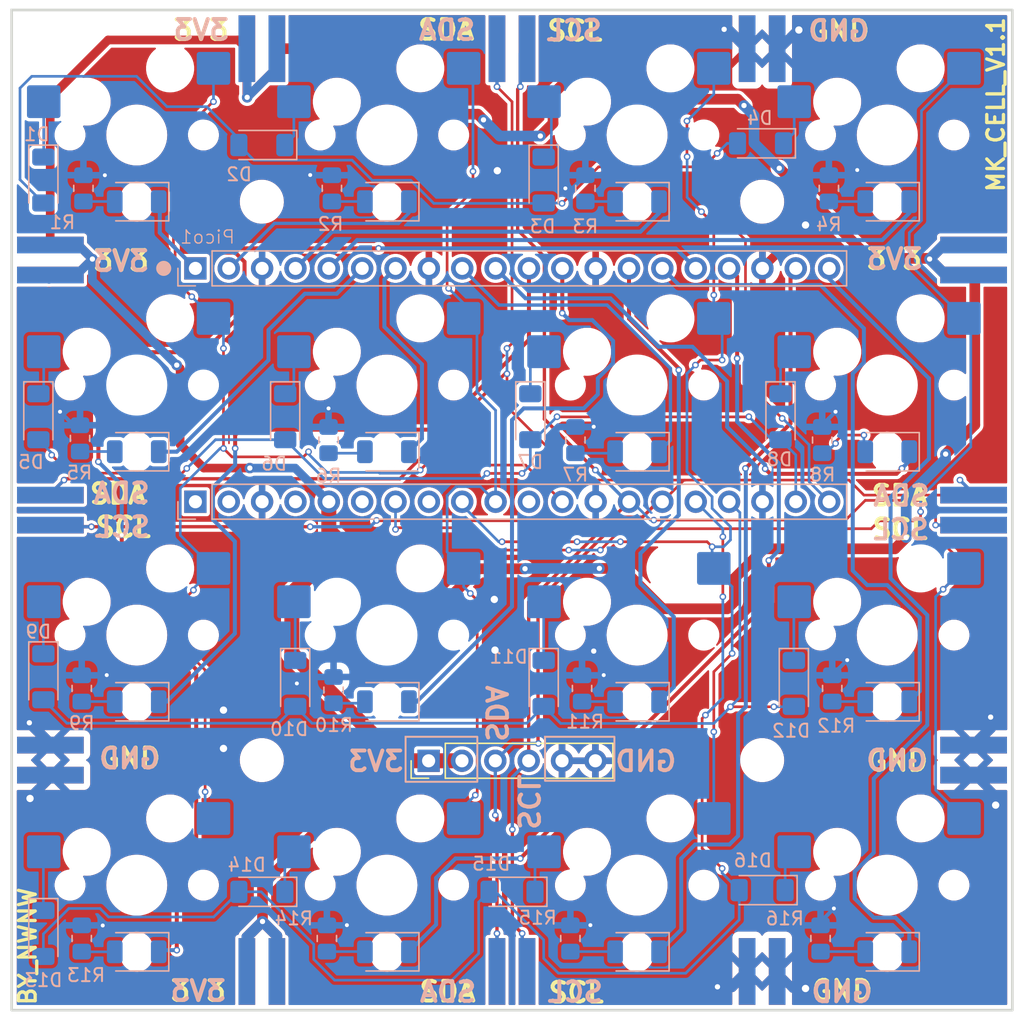
<source format=kicad_pcb>
(kicad_pcb (version 20221018) (generator pcbnew)
  (layers (0 "F.Cu" signal) (31 "B.Cu" signal) (34 "B.Paste" user) (35 "F.Paste" user) (36 "B.SilkS" user "B.Silkscreen") (37 "F.SilkS" user "F.Silkscreen") (38 "B.Mask" user) (39 "F.Mask" user) (44 "Edge.Cuts" user))
  (net 0 "")
  (net 1 "Net-(D1-K)")
  (net 2 "/Row0")
  (net 3 "Net-(D2-K)")
  (net 4 "Net-(D3-K)")
  (net 5 "Net-(D4-K)")
  (net 6 "Net-(D5-K)")
  (net 7 "/Row1")
  (net 8 "Net-(D6-K)")
  (net 9 "Net-(D7-K)")
  (net 10 "Net-(D8-K)")
  (net 11 "Net-(D9-K)")
  (net 12 "/Row2")
  (net 13 "Net-(D10-K)")
  (net 14 "Net-(D11-K)")
  (net 15 "Net-(D12-K)")
  (net 16 "Net-(D13-K)")
  (net 17 "/Row3")
  (net 18 "Net-(D14-K)")
  (net 19 "Net-(D15-K)")
  (net 20 "Net-(D16-K)")
  (net 21 "GND")
  (net 22 "Net-(K1-K)")
  (net 23 "Net-(K2-K)")
  (net 24 "Net-(K3-K)")
  (net 25 "Net-(K4-K)")
  (net 26 "Net-(K5-K)")
  (net 27 "Net-(K6-K)")
  (net 28 "Net-(K7-K)")
  (net 29 "Net-(K8-K)")
  (net 30 "Net-(K9-K)")
  (net 31 "Net-(K10-K)")
  (net 32 "Net-(K11-K)")
  (net 33 "Net-(K12-K)")
  (net 34 "Net-(K13-K)")
  (net 35 "Net-(K14-K)")
  (net 36 "Net-(K15-K)")
  (net 37 "Net-(K16-K)")
  (net 38 "/Col0")
  (net 39 "/LED0")
  (net 40 "/Col1")
  (net 41 "/LED1")
  (net 42 "/Col2")
  (net 43 "/LED2")
  (net 44 "/Col3")
  (net 45 "/LED3")
  (net 46 "/LED10")
  (net 47 "/LED11")
  (net 48 "/LED12")
  (net 49 "/LED13")
  (net 50 "/LED20")
  (net 51 "/LED21")
  (net 52 "/LED22")
  (net 53 "/LED23")
  (net 54 "/LED30")
  (net 55 "/LED31")
  (net 56 "/LED32")
  (net 57 "/LED33")
  (net 58 "/SDA")
  (net 59 "/SCL")
  (net 60 "VCC")
  (footprint "grid:MX-Hotswap-1U-1206-Reserved-LED" (layer "F.Cu") (at 63.5 63.5)
    (fp_text reference "K1")
    (fp_text value "CherryMX_LED")
  )
  (footprint "grid:MX-Hotswap-1U-1206-Reserved-LED" (layer "F.Cu") (at 120.65 82.55)
    (fp_text reference "K8")
    (fp_text value "CherryMX_LED")
  )
  (footprint "grid:SolderPad_2" (layer "F.Cu") (at 73.025 127.2286 90)
    (fp_text reference "J15" hide)
    (fp_text value "Conn_01x02_Pin" hide)
  )
  (footprint "grid:SolderPad_2" (layer "F.Cu") (at 56.9214 92.075)
    (fp_text reference "J19" hide)
    (fp_text value "Conn_01x02_Pin" hide)
  )
  (footprint "grid:MX-Hotswap-1U-1206-Reserved-LED" (layer "F.Cu") (at 101.6 101.6)
    (fp_text reference "K11")
    (fp_text value "CherryMX_LED")
  )
  (footprint "grid:MX-Hotswap-1U-1206-Reserved-LED" (layer "F.Cu") (at 63.5 82.55)
    (fp_text reference "K5")
    (fp_text value "CherryMX_LED")
  )
  (footprint "grid:MX-Hotswap-1U-1206-Reserved-LED" (layer "F.Cu") (at 82.55 63.5)
    (fp_text reference "K2")
    (fp_text value "CherryMX_LED")
  )
  (footprint "grid:MX-Hotswap-1U-1206-Reserved-LED" (layer "F.Cu") (at 82.55 101.6)
    (fp_text reference "K10")
    (fp_text value "CherryMX_LED")
  )
  (footprint "grid:SolderPad_2" (layer "F.Cu") (at 127.2286 92.075)
    (fp_text reference "J10" hide)
    (fp_text value "Conn_01x02_Pin" hide)
  )
  (footprint "Connector_PinHeader_2.54mm:PinHeader_1x06_P2.54mm_Vertical" (layer "F.Cu") (at 85.725 111.1758 90)
    (fp_text reference "J25" hide)
    (fp_text value "Conn_01x06_Pin")
  )
  (footprint "grid:MX-Hotswap-1U-1206-Reserved-LED" (layer "F.Cu") (at 120.65 101.6)
    (fp_text reference "K12")
    (fp_text value "CherryMX_LED")
  )
  (footprint "grid:MX-Hotswap-1U-1206-Reserved-LED" (layer "F.Cu") (at 82.55 120.650001)
    (fp_text reference "K14")
    (fp_text value "CherryMX_LED")
  )
  (footprint "grid:Moutinghole_M2.5" (layer "F.Cu") (at 111.125 68.58)
    (fp_text reference "H4" hide)
    (fp_text value "MountingHole" hide)
  )
  (footprint "grid:MX-Hotswap-1U-1206-Reserved-LED" (layer "F.Cu") (at 101.6 82.55)
    (fp_text reference "K7")
    (fp_text value "CherryMX_LED")
  )
  (footprint "grid:SolderPad_2" (layer "F.Cu") (at 111.125 56.9214 90)
    (fp_text reference "J3" hide)
    (fp_text value "Conn_01x02_Pin" hide)
  )
  (footprint "grid:SolderPad_2" (layer "F.Cu") (at 111.125 127.2286 90)
    (fp_text reference "J12" hide)
    (fp_text value "Conn_01x02_Pin" hide)
  )
  (footprint "grid:Moutinghole_M2.5" (layer "F.Cu") (at 73.025 68.58)
    (fp_text reference "H3" hide)
    (fp_text value "MountingHole" hide)
  )
  (footprint "grid:SolderPad_2" (layer "F.Cu") (at 56.9214 111.125)
    (fp_text reference "J18" hide)
    (fp_text value "Conn_01x02_Pin" hide)
  )
  (footprint "grid:SolderPad_2" (layer "F.Cu") (at 92.075 56.9214 90)
    (fp_text reference "J4" hide)
    (fp_text value "Conn_01x02_Pin" hide)
  )
  (footprint "grid:MX-Hotswap-1U-1206-Reserved-LED" (layer "F.Cu") (at 120.65 63.5)
    (fp_text reference "K4")
    (fp_text value "CherryMX_LED")
  )
  (footprint "grid:Moutinghole_M2.5" (layer "F.Cu") (at 111.125 111.125)
    (fp_text reference "H2" hide)
    (fp_text value "MountingHole" hide)
  )
  (footprint "grid:MX-Hotswap-1U-1206-Reserved-LED" (layer "F.Cu") (at 101.6 63.5)
    (fp_text reference "K3")
    (fp_text value "CherryMX_LED")
  )
  (footprint "grid:SolderPad_2" (layer "F.Cu") (at 73.025 56.9214 90)
    (fp_text reference "J24" hide)
    (fp_text value "Conn_01x02_Pin" hide)
  )
  (footprint "grid:SolderPad_2" (layer "F.Cu") (at 56.9214 73.025)
    (fp_text reference "J21" hide)
    (fp_text value "Conn_01x02_Pin" hide)
  )
  (footprint "grid:MX-Hotswap-1U-1206-Reserved-LED" (layer "F.Cu") (at 101.6 120.650001)
    (fp_text reference "K15")
    (fp_text value "CherryMX_LED")
  )
  (footprint "grid:SolderPad_2" (layer "F.Cu") (at 127.2286 73.025)
    (fp_text reference "J6" hide)
    (fp_text value "Conn_01x02_Pin" hide)
  )
  (footprint "grid:MX-Hotswap-1U-1206-Reserved-LED" (layer "F.Cu") (at 120.65 120.650001)
    (fp_text reference "K16")
    (fp_text value "CherryMX_LED")
  )
  (footprint "grid:Moutinghole_M2.5" (layer "F.Cu") (at 73.025 111.125)
    (fp_text reference "H1" hide)
    (fp_text value "MountingHole" hide)
  )
  (footprint "grid:MX-Hotswap-1U-1206-Reserved-LED" (layer "F.Cu") (at 63.5 120.650001)
    (fp_text reference "K13")
    (fp_text value "CherryMX_LED")
  )
  (footprint "grid:MX-Hotswap-1U-1206-Reserved-LED" (layer "F.Cu") (at 63.5 101.6)
    (fp_text reference "K9")
    (fp_text value "CherryMX_LED")
  )
  (footprint "grid:SolderPad_2" (layer "F.Cu") (at 127.2286 111.125)
    (fp_text reference "J9" hide)
    (fp_text value "Conn_01x02_Pin" hide)
  )
  (footprint "grid:SolderPad_2" (layer "F.Cu") (at 92.075 127.2286 90)
    (fp_text reference "J16" hide)
    (fp_text value "Conn_01x02_Pin" hide)
  )
  (footprint "grid:MX-Hotswap-1U-1206-Reserved-LED" (layer "F.Cu") (at 82.55 82.55)
    (fp_text reference "K6")
    (fp_text value "CherryMX_LED")
  )
  (footprint "Diode_SMD:D_MiniMELF" (layer "B.Cu") (at 73.025 121.158 180)
    (fp_text reference "D14")
    (fp_text value "LL4148")
  )
  (footprint "Resistor_SMD:R_0805_2012Metric_Pad1.20x1.40mm_HandSolder" (layer "B.Cu") (at 96.52 124.714 -90)
    (fp_text reference "R15")
    (fp_text value "LED_Res")
  )
  (footprint "grid:SolderPad_2" (layer "B.Cu") (at 111.125 127.2286 -90)
    (fp_text reference "J11" hide)
    (fp_text value "Conn_01x02_Pin" hide)
  )
  (footprint "Resistor_SMD:R_0805_2012Metric_Pad1.20x1.40mm_HandSolder" (layer "B.Cu") (at 97.663 67.564 -90)
    (fp_text reference "R3")
    (fp_text value "LED_Res")
  )
  (footprint "Diode_SMD:D_MiniMELF" (layer "B.Cu") (at 113.538 105.283 -90)
    (fp_text reference "D12")
    (fp_text value "LL4148")
  )
  (footprint "Diode_SMD:D_MiniMELF" (layer "B.Cu") (at 56.388 124.333 -90)
    (fp_text reference "D13")
    (fp_text value "LL4148")
  )
  (footprint "grid:SolderPad_2" (layer "B.Cu") (at 127.2286 92.075 180)
    (fp_text reference "J7" hide)
    (fp_text value "Conn_01x02_Pin" hide)
  )
  (footprint "Diode_SMD:D_MiniMELF" (layer "B.Cu") (at 112.522 84.963 -90)
    (fp_text reference "D8")
    (fp_text value "LL4148")
  )
  (footprint "grid:SolderPad_2" (layer "B.Cu") (at 73.025 127.2286 -90)
    (fp_text reference "J14" hide)
    (fp_text value "Conn_01x02_Pin" hide)
  )
  (footprint "Resistor_SMD:R_0805_2012Metric_Pad1.20x1.40mm_HandSolder" (layer "B.Cu") (at 115.697 86.741 -90)
    (fp_text reference "R8")
    (fp_text value "LED_Res")
  )
  (footprint "Resistor_SMD:R_0805_2012Metric_Pad1.20x1.40mm_HandSolder" (layer "B.Cu") (at 115.57 124.714 -90)
    (fp_text reference "R16")
    (fp_text value "LED_Res")
  )
  (footprint "Resistor_SMD:R_0805_2012Metric_Pad1.20x1.40mm_HandSolder" (layer "B.Cu") (at 116.459 105.664 -90)
    (fp_text reference "R12")
    (fp_text value "LED_Res")
  )
  (footprint "grid:SolderPad_2" (layer "B.Cu") (at 92.075 127.2286 -90)
    (fp_text reference "J13" hide)
    (fp_text value "Conn_01x02_Pin" hide)
  )
  (footprint "Diode_SMD:D_MiniMELF" (layer "B.Cu") (at 94.488 66.929 -90)
    (fp_text reference "D3")
    (fp_text value "LL4148")
  )
  (footprint "Diode_SMD:D_MiniMELF" (layer "B.Cu") (at 73.025 64.262 180)
    (fp_text reference "D2")
    (fp_text value "LL4148")
  )
  (footprint "Resistor_SMD:R_0805_2012Metric_Pad1.20x1.40mm_HandSolder" (layer "B.Cu") (at 97.409 105.664 -90)
    (fp_text reference "R11")
    (fp_text value "LED_Res")
  )
  (footprint "grid:SolderPad_2" (layer "B.Cu") (at 73.025 56.9214 -90)
    (fp_text reference "J23" hide)
    (fp_text value "Conn_01x02_Pin" hide)
  )
  (footprint "Diode_SMD:D_MiniMELF" (layer "B.Cu") (at 111.125 121.031 180)
    (fp_text reference "D16")
    (fp_text value "LL4148")
  )
  (footprint "Resistor_SMD:R_0805_2012Metric_Pad1.20x1.40mm_HandSolder" (layer "B.Cu") (at 59.309 124.714 -90)
    (fp_text reference "R13")
    (fp_text value "LED_Res")
  )
  (footprint "Resistor_SMD:R_0805_2012Metric_Pad1.20x1.40mm_HandSolder" (layer "B.Cu") (at 59.309 105.664 -90)
    (fp_text reference "R9")
    (fp_text value "LED_Res")
  )
  (footprint "Diode_SMD:D_MiniMELF" (layer "B.Cu") (at 94.488 105.283 -90)
    (fp_text reference "D11")
    (fp_text value "LL4148")
  )
  (footprint "grid:SolderPad_2" (layer "B.Cu") (at 111.125 56.9214 -90)
    (fp_text reference "J2" hide)
    (fp_text value "Conn_01x02_Pin" hide)
  )
  (footprint "Resistor_SMD:R_0805_2012Metric_Pad1.20x1.40mm_HandSolder" (layer "B.Cu") (at 78.105 86.741 -90)
    (fp_text reference "R6")
    (fp_text value "LED_Res")
  )
  (footprint "grid:SolderPad_2" (layer "B.Cu") (at 56.9214 111.125 180)
    (fp_text reference "J17" hide)
    (fp_text value "Conn_01x02_Pin" hide)
  )
  (footprint "Diode_SMD:D_MiniMELF" (layer "B.Cu") (at 92.075 121.158 180)
    (fp_text reference "D15")
    (fp_text value "LL4148")
  )
  (footprint "Resistor_SMD:R_0805_2012Metric_Pad1.20x1.40mm_HandSolder" (layer "B.Cu") (at 116.205 67.564 -90)
    (fp_text reference "R4")
    (fp_text value "LED_Res")
  )
  (footprint "grid:SolderPad_2" (layer "B.Cu") (at 127.2286 111.125 180)
    (fp_text reference "J8" hide)
    (fp_text value "Conn_01x02_Pin" hide)
  )
  (footprint "grid:SolderPad_2" (layer "B.Cu") (at 127.2286 73.025 180)
    (fp_text reference "J5" hide)
    (fp_text value "Conn_01x02_Pin" hide)
  )
  (footprint "Resistor_SMD:R_0805_2012Metric_Pad1.20x1.40mm_HandSolder" (layer "B.Cu") (at 96.901 86.741 -90)
    (fp_text reference "R7")
    (fp_text value "LED_Res")
  )
  (footprint "grid:SolderPad_2" (layer "B.Cu") (at 56.9214 73.025 180)
    (fp_text reference "J20" hide)
    (fp_text value "Conn_01x02_Pin" hide)
  )
  (footprint "Resistor_SMD:R_0805_2012Metric_Pad1.20x1.40mm_HandSolder" (layer "B.Cu") (at 78.486 105.791 -90)
    (fp_text reference "R10")
    (fp_text value "LED_Res")
  )
  (footprint "grid:SolderPad_2" (layer "B.Cu") (at 56.9214 92.075 180)
    (fp_text reference "J22" hide)
    (fp_text value "Conn_01x02_Pin" hide)
  )
  (footprint "grid:SolderPad_2" (layer "B.Cu") (at 92.075 56.9214 -90)
    (fp_text reference "J1" hide)
    (fp_text value "Conn_01x02_Pin" hide)
  )
  (footprint "Resistor_SMD:R_0805_2012Metric_Pad1.20x1.40mm_HandSolder" (layer "B.Cu") (at 78.359 67.564 -90)
    (fp_text reference "R2")
    (fp_text value "LED_Res")
  )
  (footprint "Diode_SMD:D_MiniMELF" (layer "B.Cu") (at 110.998 64.135 180)
    (fp_text reference "D4")
    (fp_text value "LL4148")
  )
  (footprint "Diode_SMD:D_MiniMELF" (layer "B.Cu") (at 56.388 66.929 -90)
    (fp_text reference "D1")
    (fp_text value "LL4148")
  )
  (footprint "Resistor_SMD:R_0805_2012Metric_Pad1.20x1.40mm_HandSolder" (layer "B.Cu") (at 77.978 124.714 -90)
    (fp_text reference "R14")
    (fp_text value "LED_Res")
  )
  (footprint "Resistor_SMD:R_0805_2012Metric_Pad1.20x1.40mm_HandSolder" (layer "B.Cu") (at 59.182 86.614 -90)
    (fp_text reference "R5")
    (fp_text value "LED_Res")
  )
  (footprint "Diode_SMD:D_MiniMELF" (layer "B.Cu") (at 93.472 84.963 -90)
    (fp_text reference "D7")
    (fp_text value "LL4148")
  )
  (footprint "Diode_SMD:D_MiniMELF" (layer "B.Cu") (at 56.388 104.775 -90)
    (fp_text reference "D9")
    (fp_text value "LL4148")
  )
  (footprint "Resistor_SMD:R_0805_2012Metric_Pad1.20x1.40mm_HandSolder" (layer "B.Cu") (at 59.436 67.564 -90)
    (fp_text reference "R1")
    (fp_text value "LED_Res")
  )
  (footprint "Diode_SMD:D_MiniMELF" (layer "B.Cu") (at 75.565 105.283 -90)
    (fp_text reference "D10")
    (fp_text value "LL4148")
  )
  (footprint "grid:Pico_THR_Necessary" (layer "B.Cu") (at 67.965317 73.66 -90)
    (fp_text reference "Pico1")
    (fp_text value "Pico_Necessary")
  )
  (footprint "Diode_SMD:D_MiniMELF" (layer "B.Cu") (at 74.803 84.963 -90)
    (fp_text reference "D6")
    (fp_text value "LL4148")
  )
  (footprint "Diode_SMD:D_MiniMELF" (layer "B.Cu") (at 56.007 84.963 -90)
    (fp_text reference "D5")
    (fp_text value "LL4148")
  )
  (gr_rect (start 83.9724 109.347) (end 89.4334 112.776) (stroke (width 0.15)) (fill none) (layer "B.SilkS"))
  (gr_rect (start 94.5896 109.347) (end 99.8728 112.6998) (stroke (width 0.15)) (fill none) (layer "B.SilkS"))
  (gr_rect (start 53.975 53.975) (end 130.175 130.175) (stroke (width 0.2)) (fill none) (layer "Edge.Cuts"))
  (gr_text "3V3" (at 65.913 129.5908) (layer "B.SilkS") (effects (font (size 1.5 1.5) (thickness 0.3) bold) (justify right bottom mirror)))
  (gr_text "3V3" (at 83.9724 112.0902) (layer "B.SilkS") (effects (font (size 1.5 1.5) (thickness 0.3) bold) (justify left bottom mirror)))
  (gr_text "GND" (at 119.4308 56.4388) (layer "B.SilkS") (effects (font (size 1.5 1.5) (thickness 0.3) bold) (justify left bottom mirror)))
  (gr_text "3V3" (at 66.1416 56.3626) (layer "B.SilkS") (effects (font (size 1.5 1.5) (thickness 0.3) bold) (justify right bottom mirror)))
  (gr_text "SDA" (at 89.9922 109.8804 -90) (layer "B.SilkS") (effects (font (size 1.5 1.5) (thickness 0.3) bold) (justify left bottom mirror)))
  (gr_text "SDA" (at 89.5096 129.667) (layer "B.SilkS") (effects (font (size 1.5 1.5) (thickness 0.3) bold) (justify left bottom mirror)))
  (gr_text "GND" (at 104.7496 112.0902) (layer "B.SilkS") (effects (font (size 1.5 1.5) (thickness 0.3) bold) (justify left bottom mirror)))
  (gr_text "3V3" (at 60.0202 73.9902) (layer "B.SilkS") (effects (font (size 1.5 1.5) (thickness 0.3) bold) (justify right bottom mirror)))
  (gr_text "SDA" (at 89.4334 56.388) (layer "B.SilkS") (effects (font (size 1.5 1.5) (thickness 0.3) bold) (justify left bottom mirror)))
  (gr_text "GND" (at 119.6848 129.6924) (layer "B.SilkS") (effects (font (size 1.5 1.5) (thickness 0.3) bold) (justify left bottom mirror)))
  (gr_text "SCL" (at 123.9774 94.4372) (layer "B.SilkS") (effects (font (size 1.5 1.5) (thickness 0.3) bold) (justify left bottom mirror)))
  (gr_text "SCL" (at 99.1616 129.667) (layer "B.SilkS") (effects (font (size 1.5 1.5) (thickness 0.3) bold) (justify left bottom mirror)))
  (gr_text "GND" (at 123.8504 112.014) (layer "B.SilkS") (effects (font (size 1.5 1.5) (thickness 0.3) bold) (justify left bottom mirror)))
  (gr_text "SCL" (at 99.0854 56.4134) (layer "B.SilkS") (effects (font (size 1.5 1.5) (thickness 0.3) bold) (justify left bottom mirror)))
  (gr_text "SDA" (at 60.0456 91.6686) (layer "B.SilkS") (effects (font (size 1.5 1.5) (thickness 0.3) bold) (justify right bottom mirror)))
  (gr_text "SDA" (at 119.4308 91.8718) (layer "B.SilkS") (effects (font (size 1.5 1.5) (thickness 0.3) bold) (justify right bottom mirror)))
  (gr_text "3V3" (at 118.9482 73.8124) (layer "B.SilkS") (effects (font (size 1.5 1.5) (thickness 0.3) bold) (justify right bottom mirror)))
  (gr_text "GND" (at 65.4304 111.887) (layer "B.SilkS") (effects (font (size 1.5 1.5) (thickness 0.3) bold) (justify left bottom mirror)))
  (gr_text "SCL" (at 64.6684 94.234) (layer "B.SilkS") (effects (font (size 1.5 1.5) (thickness 0.3) bold) (justify left bottom mirror)))
  (gr_text "SCL" (at 92.4306 116.586 -90) (layer "B.SilkS") (effects (font (size 1.5 1.5) (thickness 0.3) bold) (justify left bottom mirror)))
  (gr_text "SDA" (at 123.9012 91.8464) (layer "F.SilkS") (effects (font (size 1.5 1.5) (thickness 0.3) bold) (justify right bottom)))
  (gr_text "MK_CELL_V1.1" (at 129.667 67.9704 90) (layer "F.SilkS") (effects (font (size 1.27 1.27) (thickness 0.254) bold) (justify left bottom)))
  (gr_text "SCL" (at 94.5896 56.4388) (layer "F.SilkS") (effects (font (size 1.5 1.5) (thickness 0.3) bold) (justify left bottom)))
  (gr_text "3V3" (at 64.5922 73.9648) (layer "F.SilkS") (effects (font (size 1.5 1.5) (thickness 0.3) bold) (justify right bottom)))
  (gr_text "GND" (at 114.5032 56.4388) (layer "F.SilkS") (effects (font (size 1.5 1.5) (thickness 0.3) bold) (justify left bottom)))
  (gr_text "SDA" (at 84.8614 129.6416) (layer "F.SilkS") (effects (font (size 1.5 1.5) (thickness 0.3) bold) (justify left bottom)))
  (gr_text "GND" (at 114.7318 129.5654) (layer "F.SilkS") (effects (font (size 1.5 1.5) (thickness 0.3) bold) (justify left bottom)))
  (gr_text "GND" (at 118.9482 112.0648) (layer "F.SilkS") (effects (font (size 1.5 1.5) (thickness 0.3) bold) (justify left bottom)))
  (gr_text "SDA" (at 64.3636 91.7194) (layer "F.SilkS") (effects (font (size 1.5 1.5) (thickness 0.3) bold) (justify right bottom)))
  (gr_text "3V3" (at 123.4694 73.8378) (layer "F.SilkS") (effects (font (size 1.5 1.5) (thickness 0.3) bold) (justify right bottom)))
  (gr_text "3V3" (at 70.4596 129.5908) (layer "F.SilkS") (effects (font (size 1.5 1.5) (thickness 0.3) bold) (justify right bottom)))
  (gr_text "3V3" (at 70.6628 56.388) (layer "F.SilkS") (effects (font (size 1.5 1.5) (thickness 0.3) bold) (justify right bottom)))
  (gr_text "GND" (at 60.5028 111.8616) (layer "F.SilkS") (effects (font (size 1.5 1.5) (thickness 0.3) bold) (justify left bottom)))
  (gr_text "SDA" (at 84.7598 56.3626) (layer "F.SilkS") (effects (font (size 1.5 1.5) (thickness 0.3) bold) (justify left bottom)))
  (gr_text "BY_NWNW" (at 55.9308 129.921 90) (layer "F.SilkS") (effects (font (size 1.27 1.27) (thickness 0.254) bold) (justify left bottom)))
  (gr_text "SCL" (at 94.6912 129.7178) (layer "F.SilkS") (effects (font (size 1.5 1.5) (thickness 0.3) bold) (justify left bottom)))
  (gr_text "SCL" (at 119.3546 94.4118) (layer "F.SilkS") (effects (font (size 1.5 1.5) (thickness 0.3) bold) (justify left bottom)))
  (gr_text "SCL" (at 60.198 94.2594) (layer "F.SilkS") (effects (font (size 1.5 1.5) (thickness 0.3) bold) (justify left bottom)))
  (segment (start 56.415 65.152) (end 56.388 65.179) (width 0.2032) (layer "B.Cu") (net 1))
  (segment (start 56.415 60.96) (end 56.415 65.152) (width 0.2032) (layer "B.Cu") (net 1))
  (segment (start 95.885 68.707) (end 98.6663 65.9257) (width 0.2032) (layer "F.Cu") (net 2))
  (segment (start 109.9288 80.40401) (end 109.9288 80.88599) (width 0.2032) (layer "F.Cu") (net 2))
  (segment (start 109.855 82.296) (end 112.649 85.09) (width 0.2032) (layer "F.Cu") (net 2))
  (segment (start 109.855 71.501) (end 109.855 80.33021) (width 0.2032) (layer "F.Cu") (net 2))
  (segment (start 109.855 80.33021) (end 109.9288 80.40401) (width 0.2032) (layer "F.Cu") (net 2))
  (segment (start 109.9288 80.88599) (end 109.855 80.95979) (width 0.2032) (layer "F.Cu") (net 2))
  (segment (start 106.6673 65.9257) (end 106.7435 65.8495) (width 0.2032) (layer "F.Cu") (net 2))
  (segment (start 98.6663 65.9257) (end 106.6673 65.9257) (width 0.2032) (layer "F.Cu") (net 2))
  (segment (start 106.7435 68.3895) (end 109.855 71.501) (width 0.2032) (layer "F.Cu") (net 2))
  (segment (start 109.855 80.95979) (end 109.855 82.296) (width 0.2032) (layer "F.Cu") (net 2))
  (segment (start 106.7435 65.8495) (end 107.696 64.897) (width 0.2032) (layer "F.Cu") (net 2))
  (segment (start 106.7435 65.8495) (end 106.7435 68.3895) (width 0.2032) (layer "F.Cu") (net 2))
  (via (at 112.649 85.09) (size 0.5) (drill 0.3) (layers "F.Cu" "B.Cu") (net 2))
  (via (at 95.885 68.707) (size 0.5) (drill 0.3) (layers "F.Cu" "B.Cu") (net 2))
  (via (at 107.696 64.897) (size 0.5) (drill 0.3) (layers "F.Cu" "B.Cu") (net 2))
  (segment (start 81.4262 66.9482) (end 84.359782 66.9482) (width 0.2032) (layer "B.Cu") (net 2))
  (segment (start 95.857 68.679) (end 94.488 68.679) (width 0.2032) (layer "B.Cu") (net 2))
  (segment (start 108.458 64.135) (end 107.696 64.897) (width 0.2032) (layer "B.Cu") (net 2))
  (segment (start 72.4266 65.4136) (end 79.8916 65.4136) (width 0.2032) (layer "B.Cu") (net 2))
  (segment (start 86.118582 68.707) (end 94.46 68.707) (width 0.2032) (layer "B.Cu") (net 2))
  (segment (start 65.7987 61.341) (end 68.834 61.341) (width 0.2032) (layer "B.Cu") (net 2))
  (segment (start 95.885 68.707) (end 95.857 68.679) (width 0.2032) (layer "B.Cu") (net 2))
  (segment (start 112.686008 85.09) (end 114.6954 87.099392) (width 0.2032) (layer "B.Cu") (net 2))
  (segment (start 109.248 64.135) (end 108.458 64.135) (width 0.2032) (layer "B.Cu") (net 2))
  (segment (start 54.61 59.925088) (end 55.506888 59.0282) (width 0.2032) (layer "B.Cu") (net 2))
  (segment (start 71.275 64.262) (end 72.4266 65.4136) (width 0.2032) (layer "B.Cu") (net 2))
  (segment (start 54.61 66.901) (end 54.61 59.925088) (width 0.2032) (layer "B.Cu") (net 2))
  (segment (start 71.275 63.782) (end 71.275 64.262) (width 0.2032) (layer "B.Cu") (net 2))
  (segment (start 63.4859 59.0282) (end 65.7987 61.341) (width 0.2032) (layer "B.Cu") (net 2))
  (segment (start 112.649 85.09) (end 112.686008 85.09) (width 0.2032) (layer "B.Cu") (net 2))
  (segment (start 56.388 68.679) (end 54.61 66.901) (width 0.2032) (layer "B.Cu") (net 2))
  (segment (start 79.8916 65.4136) (end 81.4262 66.9482) (width 0.2032) (layer "B.Cu") (net 2))
  (segment (start 114.6954 87.099392) (end 114.6954 89.910083) (width 0.2032) (layer "B.Cu") (net 2))
  (segment (start 94.46 68.707) (end 94.488 68.679) (width 0.2032) (layer "B.Cu") (net 2))
  (segment (start 114.6954 89.910083) (end 116.225317 91.44) (width 0.2032) (layer "B.Cu") (net 2))
  (segment (start 68.834 61.341) (end 71.275 63.782) (width 0.2032) (layer "B.Cu") (net 2))
  (segment (start 84.359782 66.9482) (end 86.118582 68.707) (width 0.2032) (layer "B.Cu") (net 2))
  (segment (start 55.506888 59.0282) (end 63.4859 59.0282) (width 0.2032) (layer "B.Cu") (net 2))
  (segment (start 75.465 60.96) (end 75.465 63.572) (width 0.2032) (layer "B.Cu") (net 3))
  (segment (start 75.465 63.572) (end 74.775 64.262) (width 0.2032) (layer "B.Cu") (net 3))
  (segment (start 95.0722 61.5172) (end 94.515 60.96) (width 0.2032) (layer "B.Cu") (net 4))
  (segment (start 94.488 65.179) (end 95.0722 64.5948) (width 0.2032) (layer "B.Cu") (net 4))
  (segment (start 95.0722 64.5948) (end 95.0722 61.5172) (width 0.2032) (layer "B.Cu") (net 4))
  (segment (start 113.565 60.96) (end 113.565 63.318) (width 0.2032) (layer "B.Cu") (net 5))
  (segment (start 113.565 63.318) (end 112.748 64.135) (width 0.2032) (layer "B.Cu") (net 5))
  (segment (start 56.415 82.805) (end 56.007 83.213) (width 0.2032) (layer "B.Cu") (net 6))
  (segment (start 56.415 80.01) (end 56.415 82.805) (width 0.2032) (layer "B.Cu") (net 6))
  (segment (start 110.109 84.963) (end 110.0963 84.9757) (width 0.2032) (layer "F.Cu") (net 7))
  (segment (start 110.0963 84.9757) (end 95.5167 84.9757) (width 0.2032) (layer "F.Cu") (net 7))
  (segment (start 95.5167 84.9757) (end 95.504 84.963) (width 0.2032) (layer "F.Cu") (net 7))
  (segment (start 67.31 88.9) (end 66.9482 89.2618) (width 0.2032) (layer "F.Cu") (net 7))
  (segment (start 66.9482 89.2618) (end 58.4008 89.2618) (width 0.2032) (layer "F.Cu") (net 7))
  (segment (start 58.4008 89.2618) (end 57.023 87.884) (width 0.2032) (layer "F.Cu") (net 7))
  (segment (start 90.17 89.281) (end 92.837 89.281) (width 0.2032) (layer "F.Cu") (net 7))
  (via (at 95.504 84.963) (size 0.5) (drill 0.3) (layers "F.Cu" "B.Cu") (net 7))
  (via (at 67.31 88.9) (size 0.5) (drill 0.3) (layers "F.Cu" "B.Cu") (net 7))
  (via (at 110.109 84.963) (size 0.5) (drill 0.3) (layers "F.Cu" "B.Cu") (net 7))
  (via (at 57.023 87.884) (size 0.5) (drill 0.3) (layers "F.Cu" "B.Cu") (net 7))
  (via (at 92.837 89.281) (size 0.5) (drill 0.3) (layers "F.Cu" "B.Cu") (net 7))
  (via (at 90.17 89.281) (size 0.5) (drill 0.3) (layers "F.Cu" "B.Cu") (net 7))
  (segment (start 90.17 89.281) (end 89.786 89.665) (width 0.2032) (layer "B.Cu") (net 7))
  (segment (start 77.755 89.665) (end 74.803 86.713) (width 0.2032) (layer "B.Cu") (net 7))
  (segment (start 69.497 86.713) (end 74.803 86.713) (width 0.2032) (layer "B.Cu") (net 7))
  (segment (start 57.023 87.884) (end 57.023 87.729) (width 0.2032) (layer "B.Cu") (net 7))
  (segment (start 95.504 84.963) (end 93.754 86.713) (width 0.2032) (layer "B.Cu") (net 7))
  (segment (start 111.859 86.713) (end 112.522 86.713) (width 0.2032) (layer "B.Cu") (net 7))
  (segment (start 89.786 89.665) (end 77.755 89.665) (width 0.2032) (layer "B.Cu") (net 7))
  (segment (start 93.472 86.713) (end 93.472 88.646) (width 0.2032) (layer "B.Cu") (net 7))
  (segment (start 93.472 88.646) (end 92.837 89.281) (width 0.2032) (layer "B.Cu") (net 7))
  (segment (start 113.685317 87.876317) (end 112.522 86.713) (width 0.2032) (layer "B.Cu") (net 7))
  (segment (start 57.023 87.729) (end 56.007 86.713) (width 0.2032) (layer "B.Cu") (net 7))
  (segment (start 67.31 88.9) (end 69.497 86.713) (width 0.2032) (layer "B.Cu") (net 7))
  (segment (start 93.754 86.713) (end 93.472 86.713) (width 0.2032) (layer "B.Cu") (net 7))
  (segment (start 113.685317 91.44) (end 113.685317 87.876317) (width 0.2032) (layer "B.Cu") (net 7))
  (segment (start 110.109 84.963) (end 111.859 86.713) (width 0.2032) (layer "B.Cu") (net 7))
  (segment (start 75.465 82.551) (end 74.803 83.213) (width 0.2032) (layer "B.Cu") (net 8))
  (segment (start 75.465 80.01) (end 75.465 82.551) (width 0.2032) (layer "B.Cu") (net 8))
  (segment (start 93.472 81.053) (end 94.515 80.01) (width 0.2032) (layer "B.Cu") (net 9))
  (segment (start 93.472 83.213) (end 93.472 81.053) (width 0.2032) (layer "B.Cu") (net 9))
  (segment (start 112.522 83.213) (end 112.522 81.053) (width 0.2032) (layer "B.Cu") (net 10))
  (segment (start 112.522 81.053) (end 113.565 80.01) (width 0.2032) (layer "B.Cu") (net 10))
  (segment (start 56.388 103.025) (end 56.388 99.087) (width 0.2032) (layer "B.Cu") (net 11))
  (segment (start 56.388 99.087) (end 56.415 99.06) (width 0.2032) (layer "B.Cu") (net 11))
  (segment (start 108.712 107.061) (end 112.014 107.061) (width 0.2032) (layer "F.Cu") (net 12))
  (via (at 108.712 107.061) (size 0.5) (drill 0.3) (layers "F.Cu" "B.Cu") (net 12))
  (via (at 112.014 107.061) (size 0.5) (drill 0.3) (layers "F.Cu" "B.Cu") (net 12))
  (segment (start 109.4264 106.3466) (end 108.712 107.061) (width 0.2032) (layer "B.Cu") (net 12))
  (segment (start 108.605317 91.44) (end 109.4264 92.261083) (width 0.2032) (layer "B.Cu") (net 12))
  (segment (start 58.1748 108.3118) (end 74.2862 108.3118) (width 0.2032) (layer "B.Cu") (net 12))
  (segment (start 93.2092 108.3118) (end 94.488 107.033) (width 0.2032) (layer "B.Cu") (net 12))
  (segment (start 75.565 107.033) (end 76.8438 108.3118) (width 0.2032) (layer "B.Cu") (net 12))
  (segment (start 74.2862 108.3118) (end 75.565 107.033) (width 0.2032) (layer "B.Cu") (net 12))
  (segment (start 113.51 107.061) (end 113.538 107.033) (width 0.2032) (layer "B.Cu") (net 12))
  (segment (start 107.442 108.331) (end 108.712 107.061) (width 0.2032) (layer "B.Cu") (net 12))
  (segment (start 109.4264 92.261083) (end 109.4264 106.3466) (width 0.2032) (layer "B.Cu") (net 12))
  (segment (start 112.014 107.061) (end 113.51 107.061) (width 0.2032) (layer "B.Cu") (net 12))
  (segment (start 56.388 106.525) (end 58.1748 108.3118) (width 0.2032) (layer "B.Cu") (net 12))
  (segment (start 94.488 107.033) (end 95.786 108.331) (width 0.2032) (layer "B.Cu") (net 12))
  (segment (start 76.8438 108.3118) (end 93.2092 108.3118) (width 0.2032) (layer "B.Cu") (net 12))
  (segment (start 95.786 108.331) (end 107.442 108.331) (width 0.2032) (layer "B.Cu") (net 12))
  (segment (start 75.565 99.16) (end 75.465 99.06) (width 0.2032) (layer "B.Cu") (net 13))
  (segment (start 75.565 103.533) (end 75.565 99.16) (width 0.2032) (layer "B.Cu") (net 13))
  (segment (start 94.488 99.087) (end 94.515 99.06) (width 0.2032) (layer "B.Cu") (net 14))
  (segment (start 94.488 103.533) (end 94.488 99.087) (width 0.2032) (layer "B.Cu") (net 14))
  (segment (start 113.538 103.533) (end 113.538 99.087) (width 0.2032) (layer "B.Cu") (net 15))
  (segment (start 113.538 99.087) (end 113.565 99.06) (width 0.2032) (layer "B.Cu") (net 15))
  (segment (start 56.388 122.583) (end 56.388 118.137001) (width 0.2032) (layer "B.Cu") (net 16))
  (segment (start 56.388 118.137001) (end 56.415 118.110001) (width 0.2032) (layer "B.Cu") (net 16))
  (segment (start 108.1302 94.107) (end 108.1302 98.679) (width 0.2032) (layer "F.Cu") (net 17))
  (segment (start 106.553 107.95) (end 106.553 117.856) (width 0.2032) (layer "F.Cu") (net 17))
  (segment (start 106.807 107.696) (end 106.553 107.95) (width 0.2032) (layer "F.Cu") (net 17))
  (segment (start 106.553 117.856) (end 108.077 119.38) (width 0.2032) (layer "F.Cu") (net 17))
  (via (at 108.1302 98.679) (size 0.5) (drill 0.3) (layers "F.Cu" "B.Cu") (net 17))
  (via (at 108.077 119.38) (size 0.5) (drill 0.3) (layers "F.Cu" "B.Cu") (net 17))
  (via (at 108.1302 94.107) (size 0.5) (drill 0.3) (layers "F.Cu" "B.Cu") (net 17))
  (via (at 106.807 107.696) (size 0.5) (drill 0.3) (layers "F.Cu" "B.Cu") (net 17))
  (segment (start 89.535 125.857) (end 87.503 127.889) (width 0.2032) (layer "B.Cu") (net 17))
  (segment (start 71.275 121.158) (end 69.357299 123.075701) (width 0.2032) (layer "B.Cu") (net 17))
  (segment (start 109.375 123.289) (end 109.375 121.031) (width 0.2032) (layer "B.Cu") (net 17))
  (segment (start 94.488 126.238) (end 95.611801 127.361801) (width 0.2032) (layer "B.Cu") (net 17))
  (segment (start 90.325 121.158) (end 90.824 121.158) (width 0.2032) (layer "B.Cu") (net 17))
  (segment (start 90.325 121.158) (end 89.535 121.948) (width 0.2032) (layer "B.Cu") (net 17))
  (segment (start 90.824 121.158) (end 94.488 124.822) (width 0.2032) (layer "B.Cu") (net 17))
  (segment (start 108.1302 94.107) (end 108.1302 93.504883) (width 0.2032) (layer "B.Cu") (net 17))
  (segment (start 78.565992 127.889) (end 76.9764 126.299408) (width 0.2032) (layer "B.Cu") (net 17))
  (segment (start 108.1302 106.3728) (end 108.1302 98.679) (width 0.2032) (layer "B.Cu") (net 17))
  (segment (start 72.9742 121.158) (end 71.275 121.158) (width 0.2032) (layer "B.Cu") (net 17))
  (segment (start 106.807 107.696) (end 108.1302 106.3728) (width 0.2032) (layer "B.Cu") (net 17))
  (segment (start 108.1302 93.504883) (end 106.065317 91.44) (width 0.2032) (layer "B.Cu") (net 17))
  (segment (start 76.9764 125.1602) (end 72.9742 121.158) (width 0.2032) (layer "B.Cu") (net 17))
  (segment (start 60.706 122.428) (end 58.330008 122.428) (width 0.2032) (layer "B.Cu") (net 17))
  (segment (start 69.357299 123.075701) (end 61.353701 123.075701) (width 0.2032) (layer "B.Cu") (net 17))
  (segment (start 105.302199 127.361801) (end 109.375 123.289) (width 0.2032) (layer "B.Cu") (net 17))
  (segment (start 94.488 124.822) (end 94.488 126.238) (width 0.2032) (layer "B.Cu") (net 17))
  (segment (start 108.077 119.733) (end 109.375 121.031) (width 0.2032) (layer "B.Cu") (net 17))
  (segment (start 76.9764 126.299408) (end 76.9764 125.1602) (width 0.2032) (layer "B.Cu") (net 17))
  (segment (start 56.388 124.370008) (end 56.388 126.083) (width 0.2032) (layer "B.Cu") (net 17))
  (segment (start 58.330008 122.428) (end 56.388 124.370008) (width 0.2032) (layer "B.Cu") (net 17))
  (segment (start 89.535 121.948) (end 89.535 125.857) (width 0.2032) (layer "B.Cu") (net 17))
  (segment (start 95.611801 127.361801) (end 105.302199 127.361801) (width 0.2032) (layer "B.Cu") (net 17))
  (segment (start 61.353701 123.075701) (end 60.706 122.428) (width 0.2032) (layer "B.Cu") (net 17))
  (segment (start 87.503 127.889) (end 78.565992 127.889) (width 0.2032) (layer "B.Cu") (net 17))
  (segment (start 108.077 119.38) (end 108.077 119.733) (width 0.2032) (layer "B.Cu") (net 17))
  (segment (start 74.775 121.158) (end 74.775 118.800001) (width 0.2032) (layer "B.Cu") (net 18))
  (segment (start 74.775 118.800001) (end 75.465 118.110001) (width 0.2032) (layer "B.Cu") (net 18))
  (segment (start 93.825 121.158) (end 93.825 118.800001) (width 0.2032) (layer "B.Cu") (net 19))
  (segment (start 93.825 118.800001) (end 94.515 118.110001) (width 0.2032) (layer "B.Cu") (net 19))
  (segment (start 112.875 118.800001) (end 113.565 118.110001) (width 0.2032) (layer "B.Cu") (net 20))
  (segment (start 112.875 121.031) (end 112.875 118.800001) (width 0.2032) (layer "B.Cu") (net 20))
  (segment (start 108.8136 128.397) (end 109.982 127.2286) (width 0.8128) (layer "F.Cu") (net 21))
  (segment (start 56.8198 112.5982) (end 56.8198 112.268) (width 0.6604) (layer "F.Cu") (net 21))
  (segment (start 56.9214 109.982) (end 56.9214 109.8804) (width 0.8128) (layer "F.Cu") (net 21))
  (segment (start 113.919 55.499) (end 112.5982 56.8198) (width 0.6604) (layer "F.Cu") (net 21))
  (segment (start 55.372 114.046) (end 56.8198 112.5982) (width 0.6604) (layer "F.Cu") (net 21))
  (segment (start 128.905 114.554) (end 128.905 113.8428) (width 0.6604) (layer "F.Cu") (net 21))
  (segment (start 107.7214 128.397) (end 108.8136 128.397) (width 0.8128) (layer "F.Cu") (net 21))
  (segment (start 108.2294 55.4482) (end 108.5088 55.4482) (width 0.8128) (layer "F.Cu") (net 21))
  (segment (start 111.145317 73.639683) (end 114.427 70.358) (width 0.6604) (layer "F.Cu") (net 21))
  (segment (start 114.427 128.524) (end 113.4618 128.524) (width 0.6604) (layer "F.Cu") (net 21))
  (segment (start 56.9214 109.8804) (end 55.3212 108.2802) (width 0.8128) (layer "F.Cu") (net 21))
  (segment (start 113.4618 128.524) (end 112.268 127.3302) (width 0.6604) (layer "F.Cu") (net 21))
  (segment (start 128.524 107.8484) (end 128.524 108.6866) (width 0.8128) (layer "F.Cu") (net 21))
  (segment (start 128.905 113.8428) (end 127.3302 112.268) (width 0.6604) (layer "F.Cu") (net 21))
  (segment (start 70.104 110.236) (end 70.104 107.315) (width 0.6604) (layer "F.Cu") (net 21))
  (segment (start 112.5982 56.8198) (end 112.268 56.8198) (width 0.6604) (layer "F.Cu") (net 21))
  (segment (start 128.524 108.6866) (end 127.2286 109.982) (width 0.8128) (layer "F.Cu") (net 21))
  (segment (start 108.5088 55.4482) (end 109.982 56.9214) (width 0.8128) (layer "F.Cu") (net 21))
  (segment (start 111.145317 73.66) (end 111.145317 73.639683) (width 0.6604) (layer "F.Cu") (net 21))
  (via (at 90.7288 98.8822) (size 0.762) (drill 0.5588) (layers "F.Cu" "B.Cu") (net 21))
  (via (at 108.2294 55.4482) (size 0.8) (drill 0.4) (layers "F.Cu" "B.Cu") (net 21))
  (via (at 55.3212 108.2802) (size 0.8) (drill 0.4) (layers "F.Cu" "B.Cu") (net 21))
  (via (at 96.139 67.564) (size 0.5) (drill 0.3) (layers "F.Cu" "B.Cu") (net 21))
  (via (at 118.364 66.167) (size 0.5) (drill 0.3) (layers "F.Cu" "B.Cu") (net 21))
  (via (at 98.298 85.725) (size 0.5) (drill 0.3) (layers "F.Cu" "B.Cu") (net 21))
  (via (at 128.524 107.8484) (size 0.8) (drill 0.4) (layers "F.Cu" "B.Cu") (net 21))
  (via (at 70.104 107.315) (size 0.762) (drill 0.5588) (layers "F.Cu" "B.Cu") (net 21))
  (via (at 98.044 123.698) (size 0.5) (drill 0.3) (layers "F.Cu" "B.Cu") (net 21))
  (via (at 60.9092 123.7234) (size 0.5) (drill 0.3) (layers "F.Cu" "B.Cu") (net 21))
  (via (at 99.06 104.648) (size 0.5) (drill 0.3) (layers "F.Cu" "B.Cu") (net 21))
  (via (at 116.586 122.428) (size 0.5) (drill 0.3) (layers "F.Cu" "B.Cu") (net 21))
  (via (at 61.071 66.564) (size 0.5) (drill 0.3) (layers "F.Cu" "B.Cu") (net 21))
  (via (at 76.708 66.548) (size 0.5) (drill 0.3) (layers "F.Cu" "B.Cu") (net 21))
  (via (at 107.7214 128.397) (size 0.8) (drill 0.4) (layers "F.Cu" "B.Cu") (net 21))
  (via (at 70.104 110.236) (size 0.762) (drill 0.5588) (layers "F.Cu" "B.Cu") (net 21))
  (via (at 114.427 128.524) (size 0.762) (drill 0.5588) (layers "F.Cu" "B.Cu") (net 21))
  (via (at 75.692 105.283) (size 0.5) (drill 0.3) (layers "F.Cu" "B.Cu") (net 21))
  (via (at 78.105 84.328) (size 0.5) (drill 0.3) (layers "F.Cu" "B.Cu") (net 21))
  (via (at 128.905 114.554) (size 0.762) (drill 0.5588) (layers "F.Cu" "B.Cu") (net 21))
  (via (at 114.427 70.358) (size 0.762) (drill 0.5588) (layers "F.Cu" "B.Cu") (net 21))
  (via (at 90.7796 102.743) (size 0.762) (drill 0.5588) (layers "F.Cu" "B.Cu") (net 21))
  (via (at 61.214 104.648) (size 0.5) (drill 0.3) (layers "F.Cu" "B.Cu") (net 21))
  (via (at 116.713 84.582) (size 0.5) (drill 0.3) (layers "F.Cu" "B.Cu") (net 21))
  (via (at 90.9574 66.2178) (size 0.762) (drill 0.5588) (layers "F.Cu" "B.Cu") (net 21))
  (via (at 55.372 114.046) (size 0.762) (drill 0.5588) (layers "F.Cu" "B.Cu") (net 21))
  (via (at 57.658 84.582) (size 0.5) (drill 0.3) (layers "F.Cu" "B.Cu") (net 21))
  (via (at 117.602 103.505) (size 0.5) (drill 0.3) (layers "F.Cu" "B.Cu") (net 21))
  (via (at 98.298 102.8192) (size 0.8) (drill 0.4) (layers "F.Cu" "B.Cu") (net 21))
  (via (at 79.502 123.698) (size 0.5) (drill 0.3) (layers "F.Cu" "B.Cu") (net 21))
  (via (at 113.919 55.499) (size 0.762) (drill 0.5588) (layers "F.Cu" "B.Cu") (net 21))
  (segment (start 76.724 66.564) (end 76.708 66.548) (width 0.3048) (layer "B.Cu") (net 21))
  (segment (start 112.5982 56.8198) (end 113.919 55.499) (width 0.6604) (layer "B.Cu") (net 21))
  (segment (start 59.309 104.664) (end 61.198 104.664) (width 0.3048) (layer "B.Cu") (net 21))
  (segment (start 109.982 127.2286) (end 108.8136 128.397) (width 0.8128) (layer "B.Cu") (net 21))
  (segment (start 61.071 66.564) (end 59.436 66.564) (width 0.3048) (layer "B.Cu") (net 21))
  (segment (start 76.184 104.791) (end 75.692 105.283) (width 0.3048) (layer "B.Cu") (net 21))
  (segment (start 128.524 108.6866) (end 128.524 107.8484) (width 0.8128) (layer "B.Cu") (net 21))
  (segment (start 58.69 85.614) (end 57.658 84.582) (width 0.3048) (layer "B.Cu") (net 21))
  (segment (start 127.3302 112.268) (end 128.905 113.8428) (width 0.6604) (layer "B.Cu") (net 21))
  (segment (start 116.205 66.564) (end 117.967 66.564) (width 0.3048) (layer "B.Cu") (net 21))
  (segment (start 59.182 85.614) (end 58.69 85.614) (width 0.3048) (layer "B.Cu") (net 21))
  (segment (start 56.9214 109.982) (end 56.9214 109.8804) (width 0.8128) (layer "B.Cu") (net 21))
  (segment (start 115.697 85.741) (end 115.697 85.598) (width 0.3048) (layer "B.Cu") (net 21))
  (segment (start 98.282 85.741) (end 98.298 85.725) (width 0.3048) (layer "B.Cu") (net 21))
  (segment (start 56.9214 109.8804) (end 55.3212 108.2802) (width 0.8128) (layer "B.Cu") (net 21))
  (segment (start 108.5088 55.4482) (end 109.982 56.9214) (width 0.8128) (layer "B.Cu") (net 21))
  (segment (start 96.52 123.714) (end 98.028 123.714) (width 0.3048) (layer "B.Cu") (net 21))
  (segment (start 96.901 85.741) (end 98.282 85.741) (width 0.3048) (layer "B.Cu") (net 21))
  (segment (start 78.105 85.741) (end 78.105 84.328) (width 0.3048) (layer "B.Cu") (net 21))
  (segment (start 115.57 123.714) (end 115.57 123.444) (width 0.3048) (layer "B.Cu") (net 21))
  (segment (start 61.198 104.664) (end 61.214 104.648) (width 0.3048) (layer "B.Cu") (net 21))
  (segment (start 128.905 113.8428) (end 128.905 114.554) (width 0.6604) (layer "B.Cu") (net 21))
  (segment (start 78.359 66.564) (end 76.724 66.564) (width 0.3048) (layer "B.Cu") (net 21))
  (segment (start 77.978 123.714) (end 79.486 123.714) (width 0.3048) (layer "B.Cu") (net 21))
  (segment (start 108.8136 128.397) (end 107.7214 128.397) (width 0.8128) (layer "B.Cu") (net 21))
  (segment (start 98.028 123.714) (end 98.044 123.698) (width 0.3048) (layer "B.Cu") (net 21))
  (segment (start 117.967 66.564) (end 118.364 66.167) (width 0.3048) (layer "B.Cu") (net 21))
  (segment (start 112.268 56.8198) (end 112.5982 56.8198) (width 0.6604) (layer "B.Cu") (net 21))
  (segment (start 97.663 66.564) (end 96.663 67.564) (width 0.3048) (layer "B.Cu") (net 21))
  (segment (start 127.2286 109.982) (end 128.524 108.6866) (width 0.8128) (layer "B.Cu") (net 21))
  (segment (start 116.459 104.664) (end 116.459 104.648) (width 0.3048) (layer "B.Cu") (net 21))
  (segment (start 78.486 104.791) (end 76.184 104.791) (width 0.3048) (layer "B.Cu") (net 21))
  (segment (start 56.8198 112.268) (end 56.8198 112.5982) (width 0.6604) (layer "B.Cu") (net 21))
  (segment (start 115.57 123.444) (end 116.586 122.428) (width 0.3048) (layer "B.Cu") (net 21))
  (segment (start 97.409 104.664) (end 99.044 104.664) (width 0.3048) (layer "B.Cu") (net 21))
  (segment (start 96.663 67.564) (end 96.139 67.564) (width 0.3048) (layer "B.Cu") (net 21))
  (segment (start 112.268 127.3302) (end 113.4618 128.524) (width 0.6604) (layer "B.Cu") (net 21))
  (segment (start 113.4618 128.524) (end 114.427 128.524) (width 0.6604) (layer "B.Cu") (net 21))
  (segment (start 108.2294 55.4482) (end 108.5088 55.4482) (width 0.8128) (layer "B.Cu") (net 21))
  (segment (start 116.459 104.648) (end 117.602 103.505) (width 0.3048) (layer "B.Cu") (net 21))
  (segment (start 79.486 123.714) (end 79.502 123.698) (width 0.3048) (layer "B.Cu") (net 21))
  (segment (start 99.044 104.664) (end 99.06 104.648) (width 0.3048) (layer "B.Cu") (net 21))
  (segment (start 115.697 85.598) (end 116.713 84.582) (width 0.3048) (layer "B.Cu") (net 21))
  (segment (start 56.8198 112.5982) (end 55.372 114.046) (width 0.6604) (layer "B.Cu") (net 21))
  (segment (start 59.436 68.564) (end 61.8076 68.564) (width 0.2032) (layer "B.Cu") (net 22))
  (segment (start 61.8076 68.564) (end 61.8236 68.58) (width 0.2032) (layer "B.Cu") (net 22))
  (segment (start 78.359 68.564) (end 80.8576 68.564) (width 0.2032) (layer "B.Cu") (net 23))
  (segment (start 80.8576 68.564) (end 80.8736 68.58) (width 0.2032) (layer "B.Cu") (net 23))
  (segment (start 97.663 68.564) (end 99.9076 68.564) (width 0.2032) (layer "B.Cu") (net 24))
  (segment (start 99.9076 68.564) (end 99.9236 68.58) (width 0.2032) (layer "B.Cu") (net 24))
  (segment (start 118.9576 68.564) (end 118.9736 68.58) (width 0.2032) (layer "B.Cu") (net 25))
  (segment (start 116.205 68.564) (end 118.9576 68.564) (width 0.2032) (layer "B.Cu") (net 25))
  (segment (start 61.8076 87.614) (end 61.8236 87.63) (width 0.2032) (layer "B.Cu") (net 26))
  (segment (start 59.182 87.614) (end 61.8076 87.614) (width 0.2032) (layer "B.Cu") (net 26))
  (segment (start 80.7626 87.741) (end 80.8736 87.63) (width 0.2032) (layer "B.Cu") (net 27))
  (segment (start 78.105 87.741) (end 80.7626 87.741) (width 0.2032) (layer "B.Cu") (net 27))
  (segment (start 96.901 87.741) (end 99.8126 87.741) (width 0.2032) (layer "B.Cu") (net 28))
  (segment (start 99.8126 87.741) (end 99.9236 87.63) (width 0.2032) (layer "B.Cu") (net 28))
  (segment (start 116.713 86.995) (end 116.713 86.868) (width 0.2032) (layer "F.Cu") (net 29))
  (segment (start 117.221 86.36) (end 118.872 86.36) (width 0.2032) (layer "F.Cu") (net 29))
  (segment (start 116.713 86.868) (end 117.221 86.36) (width 0.2032) (layer "F.Cu") (net 29))
  (via (at 118.872 86.36) (size 0.5) (drill 0.3) (layers "F.Cu" "B.Cu") (net 29))
  (via (at 116.713 86.995) (size 0.5) (drill 0.3) (layers "F.Cu" "B.Cu") (net 29))
  (segment (start 118.872 86.36) (end 118.872 87.5284) (width 0.2032) (layer "B.Cu") (net 29))
  (segment (start 118.872 87.5284) (end 118.9736 87.63) (width 0.2032) (layer "B.Cu") (net 29))
  (segment (start 118.8626 87.741) (end 118.9736 87.63) (width 0.2032) (layer "B.Cu") (net 29))
  (segment (start 115.967 87.741) (end 116.713 86.995) (width 0.2032) (layer "B.Cu") (net 29))
  (segment (start 115.697 87.741) (end 115.967 87.741) (width 0.2032) (layer "B.Cu") (net 29))
  (segment (start 59.309 106.664) (end 61.8076 106.664) (width 0.2032) (layer "B.Cu") (net 30))
  (segment (start 61.8076 106.664) (end 61.8236 106.68) (width 0.2032) (layer "B.Cu") (net 30))
  (segment (start 80.7626 106.791) (end 80.8736 106.68) (width 0.2032) (layer "B.Cu") (net 31))
  (segment (start 78.486 106.791) (end 80.7626 106.791) (width 0.2032) (layer "B.Cu") (net 31))
  (segment (start 99.9076 106.664) (end 99.9236 106.68) (width 0.2032) (layer "B.Cu") (net 32))
  (segment (start 97.409 106.664) (end 99.9076 106.664) (width 0.2032) (layer "B.Cu") (net 32))
  (segment (start 118.9576 106.664) (end 118.9736 106.68) (width 0.2032) (layer "B.Cu") (net 33))
  (segment (start 116.459 106.664) (end 118.9576 106.664) (width 0.2032) (layer "B.Cu") (net 33))
  (segment (start 61.8236 125.730001) (end 59.325001 125.730001) (width 0.2032) (layer "B.Cu") (net 34))
  (segment (start 59.325001 125.730001) (end 59.309 125.714) (width 0.2032) (layer "B.Cu") (net 34))
  (segment (start 80.857599 125.714) (end 80.8736 125.730001) (width 0.2032) (layer "B.Cu") (net 35))
  (segment (start 77.978 125.714) (end 80.857599 125.714) (width 0.2032) (layer "B.Cu") (net 35))
  (segment (start 96.52 125.714) (end 99.907599 125.714) (width 0.2032) (layer "B.Cu") (net 36))
  (segment (start 99.907599 125.714) (end 99.9236 125.730001) (width 0.2032) (layer "B.Cu") (net 36))
  (segment (start 118.957599 125.714) (end 118.9736 125.730001) (width 0.2032) (layer "B.Cu") (net 37))
  (segment (start 115.57 125.714) (end 118.957599 125.714) (width 0.2032) (layer "B.Cu") (net 37))
  (segment (start 69.342 60.96) (end 69.305988 60.96) (width 0.2032) (layer "F.Cu") (net 38))
  (segment (start 70.104 87.376) (end 70.7493 88.0213) (width 0.2032) (layer "F.Cu") (net 38))
  (segment (start 67.056 102.608948) (end 68.707 104.259948) (width 0.2032) (layer "F.Cu") (net 38))
  (segment (start 66.421 72.009) (end 66.421 74.549) (width 0.2032) (layer "F.Cu") (net 38))
  (segment (start 66.294 71.882) (end 66.421 72.009) (width 0.2032) (layer "F.Cu") (net 38))
  (segment (start 70.104 87.376) (end 70.104 79.756) (width 0.2032) (layer "F.Cu") (net 38))
  (segment (start 93.111317 88.646) (end 95.905317 91.44) (width 0.2032) (layer "F.Cu") (net 38))
  (segment (start 68.707 104.259948) (end 68.707 113.538) (width 0.2032) (layer "F.Cu") (net 38))
  (segment (start 85.471 88.646) (end 93.111317 88.646) (width 0.2032) (layer "F.Cu") (net 38))
  (segment (start 76.1897 88.0213) (end 76.581 87.63) (width 0.2032) (layer "F.Cu") (net 38))
  (segment (start 67.056 98.933) (end 67.056 102.608948) (width 0.2032) (layer "F.Cu") (net 38))
  (segment (start 67.818 98.171) (end 67.056 98.933) (width 0.2032) (layer "F.Cu") (net 38))
  (segment (start 70.7493 88.0213) (end 76.1897 88.0213) (width 0.2032) (layer "F.Cu") (net 38))
  (segment (start 69.305988 60.96) (end 66.294 63.971988) (width 0.2032) (layer "F.Cu") (net 38))
  (segment (start 66.421 74.549) (end 67.691 75.819) (width 0.2032) (layer "F.Cu") (net 38))
  (segment (start 85.09 89.027) (end 85.471 88.646) (width 0.2032) (layer "F.Cu") (net 38))
  (segment (start 66.294 63.971988) (end 66.294 71.882) (width 0.2032) (layer "F.Cu") (net 38))
  (via (at 70.104 87.376) (size 0.5) (drill 0.3) (layers "F.Cu" "B.Cu") (net 38))
  (via (at 85.09 89.027) (size 0.5) (drill 0.3) (layers "F.Cu" "B.Cu") (net 38))
  (via (at 67.691 75.819) (size 0.5) (drill 0.3) (layers "F.Cu" "B.Cu") (net 38))
  (via (at 68.707 113.538) (size 0.5) (drill 0.3) (layers "F.Cu" "B.Cu") (net 38))
  (via (at 67.818 98.171) (size 0.5) (drill 0.3) (layers "F.Cu" "B.Cu") (net 38))
  (via (at 76.581 87.63) (size 0.5) (drill 0.3) (layers "F.Cu" "B.Cu") (net 38))
  (via (at 70.104 79.756) (size 0.5) (drill 0.3) (layers "F.Cu" "B.Cu") (net 38))
  (via (at 69.342 60.96) (size 0.5) (drill 0.3) (layers "F.Cu" "B.Cu") (net 38))
  (segment (start 69.85 87.376) (end 66.813717 90.412283) (width 0.2032) (layer "B.Cu") (net 38))
  (segment (start 84.8552 89.2618) (end 81.99835 89.2618) (width 0.2032) (layer "B.Cu") (net 38))
  (segment (start 76.581 87.804008) (end 76.581 87.63) (width 0.2032) (layer "B.Cu") (net 38))
  (segment (start 69.342 96.52) (end 67.818 98.044) (width 0.2032) (layer "B.Cu") (net 38))
  (segment (start 69.342 96.52) (end 70.358 97.536) (width 0.2032) (layer "B.Cu") (net 38))
  (segment (start 85.09 89.027) (end 84.8552 89.2618) (width 0.2032) (layer "B.Cu") (net 38))
  (segment (start 77.981792 89.2048) (end 76.581 87.804008) (width 0.2032) (layer "B.Cu") (net 38))
  (segment (start 81.99835 89.2618) (end 81.94135 89.2048) (width 0.2032) (layer "B.Cu") (net 38))
  (segment (start 69.342 96.52) (end 70.231 97.409) (width 0.2032) (layer "B.Cu") (net 38))
  (segment (start 70.104 79.756) (end 70.104 78.232) (width 0.2032) (layer "B.Cu") (net 38))
  (segment (start 68.707 114.935001) (end 69.342 115.570001) (width 0.2032) (layer "B.Cu") (net 38))
  (segment (start 70.104 78.232) (end 69.342 77.47) (width 0.2032) (layer "B.Cu") (net 38))
  (segment (start 66.813717 90.412283) (end 66.813717 93.991717) (width 0.2032) (layer "B.Cu") (net 38))
  (segment (start 67.691 75.819) (end 69.342 77.47) (width 0.2032) (layer "B.Cu") (net 38))
  (segment (start 81.94135 89.2048) (end 77.981792 89.2048) (width 0.2032) (layer "B.Cu") (net 38))
  (segment (start 66.813717 93.991717) (end 69.342 96.52) (width 0.2032) (layer "B.Cu") (net 38))
  (segment (start 67.818 98.044) (end 67.818 98.171) (width 0.2032) (layer "B.Cu") (net 38))
  (segment (start 70.104 87.376) (end 69.85 87.376) (width 0.2032) (layer "B.Cu") (net 38))
  (segment (start 68.707 113.538) (end 68.707 114.935001) (width 0.2032) (layer "B.Cu") (net 38))
  (segment (start 69.342 58.42) (end 69.342 60.96) (width 0.2032) (layer "B.Cu") (net 38))
  (segment (start 65.2526 70.947283) (end 67.965317 73.66) (width 0.3048) (layer "B.Cu") (net 39))
  (segment (start 65.2526 68.6505) (end 65.2526 70.947283) (width 0.3048) (layer "B.Cu") (net 39))
  (segment (start 65.1764 68.5743) (end 65.2526 68.6505) (width 0.3048) (layer "B.Cu") (net 39))
  (segment (start 89.1032 66.2686) (end 89.1032 67.7418) (width 0.2032) (layer "F.Cu") (net 40))
  (segment (start 89.281 113.792) (end 89.4266 113.6464) (width 0.2032) (layer "F.Cu") (net 40))
  (segment (start 89.4266 113.6464) (end 89.4266 98.9516) (width 0.2032) (layer "F.Cu") (net 40))
  (segment (start 87.133717 69.711283) (end 87.133717 75.068717) (width 0.2032) (layer "F.Cu") (net 40))
  (segment (start 89.4266 98.9516) (end 88.9 98.425) (width 0.2032) (layer "F.Cu") (net 40))
  (segment (start 89.1032 67.7418) (end 87.133717 69.711283) (width 0.2032) (layer "F.Cu") (net 40))
  (segment (start 87.133717 75.068717) (end 87.249 75.184) (width 0.2032) (layer "F.Cu") (net 40))
  (via (at 89.281 113.792) (size 0.5) (drill 0.3) (layers "F.Cu" "B.Cu") (net 40))
  (via (at 87.249 75.184) (size 0.5) (drill 0.3) (layers "F.Cu" "B.Cu") (net 40))
  (via (at 89.1032 66.2686) (size 0.5) (drill 0.3) (layers "F.Cu" "B.Cu") (net 40))
  (via (at 88.9 98.425) (size 0.5) (drill 0.3) (layers "F.Cu" "B.Cu") (net 40))
  (segment (start 87.808308 90.2884) (end 89.673717 90.2884) (width 0.2032) (layer "B.Cu") (net 40))
  (segment (start 89.408 83.058) (end 89.408 78.486) (width 0.2032) (layer "B.Cu") (net 40))
  (segment (start 87.133717 95.261717) (end 87.133717 90.962991) (width 0.2032) (layer "B.Cu") (net 40))
  (segment (start 89.1032 66.2686) (end 89.1032 59.1312) (width 0.2032) (layer "B.Cu") (net 40))
  (segment (start 88.392 97.917) (end 88.392 96.52) (width 0.2032) (layer "B.Cu") (net 40))
  (segment (start 88.392 114.681) (end 88.392 115.570001) (width 0.2032) (layer "B.Cu") (net 40))
  (segment (start 88.392 76.327) (end 87.249 75.184) (width 0.2032) (layer "B.Cu") (net 40))
  (segment (start 87.133717 90.962991) (end 87.808308 90.2884) (width 0.2032) (layer "B.Cu") (net 40))
  (segment (start 89.1032 59.1312) (end 88.392 58.42) (width 0.2032) (layer "B.Cu") (net 40))
  (segment (start 88.392 96.52) (end 87.133717 95.261717) (width 0.2032) (layer "B.Cu") (net 40))
  (segment (start 88.9 98.425) (end 88.392 97.917) (width 0.2032) (layer "B.Cu") (net 40))
  (segment (start 89.408 78.486) (end 88.392 77.47) (width 0.2032) (layer "B.Cu") (net 40))
  (segment (start 90.825317 84.475317) (end 89.408 83.058) (width 0.2032) (layer "B.Cu") (net 40))
  (segment (start 88.392 77.47) (end 88.392 76.327) (width 0.2032) (layer "B.Cu") (net 40))
  (segment (start 90.825317 91.44) (end 90.825317 84.475317) (width 0.2032) (layer "B.Cu") (net 40))
  (segment (start 89.673717 90.2884) (end 90.825317 91.44) (width 0.2032) (layer "B.Cu") (net 40))
  (segment (start 89.281 113.792) (end 88.392 114.681) (width 0.2032) (layer "B.Cu") (net 40))
  (segment (start 77.8318 70.2372) (end 77.8256 70.231) (width 0.254) (layer "B.Cu") (net 41))
  (segment (start 83.432799 70.2372) (end 77.8318 70.2372) (width 0.254) (layer "B.Cu") (net 41))
  (segment (start 73.9902 70.231) (end 70.5612 73.66) (width 0.254) (layer "B.Cu") (net 41))
  (segment (start 70.5612 73.66) (end 70.505317 73.66) (width 0.254) (layer "B.Cu") (net 41))
  (segment (start 84.2264 69.443599) (end 83.432799 70.2372) (width 0.254) (layer "B.Cu") (net 41))
  (segment (start 77.8256 70.231) (end 73.9902 70.231) (width 0.254) (layer "B.Cu") (net 41))
  (segment (start 84.2264 68.5743) (end 84.2264 69.443599) (width 0.254) (layer "B.Cu") (net 41))
  (segment (start 106.934 94.488) (end 107.315 94.869) (width 0.2032) (layer "F.Cu") (net 42))
  (segment (start 107.442 108.966) (end 107.442 104.394) (width 0.2032) (layer "F.Cu") (net 42))
  (segment (start 106.426 80.645) (end 106.045 81.026) (width 0.2032) (layer "F.Cu") (net 42))
  (segment (start 107.442 104.394) (end 108.839 102.997) (width 0.2032) (layer "F.Cu") (net 42))
  (segment (start 107.442 70.2818) (end 107.442 75.692) (width 0.2032) (layer "F.Cu") (net 42))
  (segment (start 100.33 94.488) (end 106.934 94.488) (width 0.2032) (layer "F.Cu") (net 42))
  (segment (start 108.077 80.645) (end 106.426 80.645) (width 0.2032) (layer "F.Cu") (net 42))
  (segment (start 105.3973 62.4332) (end 105.3973 65.1383) (width 0.2032) (layer "F.Cu") (net 42))
  (segment (start 105.3973 65.1383) (end 105.41 65.151) (width 0.2032) (layer "F.Cu") (net 42))
  (segment (start 91.313 94.488) (end 97.028 94.488) (width 0.2032) (layer "F.Cu") (net 42))
  (segment (start 106.5022 69.342) (end 107.442 70.2818) (width 0.2032) (layer "F.Cu") (net 42))
  (via (at 105.3973 62.4332) (size 0.5) (drill 0.3) (layers "F.Cu" "B.Cu") (net 42))
  (via (at 106.045 81.026) (size 0.5) (drill 0.3) (layers "F.Cu" "B.Cu") (net 42))
  (via (at 107.315 94.869) (size 0.5) (drill 0.3) (layers "F.Cu" "B.Cu") (net 42))
  (via (at 108.839 102.997) (size 0.5) (drill 0.3) (layers "F.Cu" "B.Cu") (net 42))
  (via (at 100.33 94.488) (size 0.5) (drill 0.3) (layers "F.Cu" "B.Cu") (net 42))
  (via (at 107.442 75.692) (size 0.5) (drill 0.3) (layers "F.Cu" "B.Cu") (net 42))
  (via (at 97.028 94.488) (size 0.5) (drill 0.3) (layers "F.Cu" "B.Cu") (net 42))
  (via (at 107.442 108.966) (size 0.5) (drill 0.3) (layers "F.Cu" "B.Cu") (net 42))
  (via (at 105.41 65.151) (size 0.5) (drill 0.3) (layers "F.Cu" "B.Cu") (net 42))
  (via (at 106.5022 69.342) (size 0.5) (drill 0.3) (layers "F.Cu" "B.Cu") (net 42))
  (via (at 91.313 94.488) (size 0.5) (drill 0.3) (layers "F.Cu" "B.Cu") (net 42))
  (via (at 108.077 80.645) (size 0.5) (drill 0.3) (layers "F.Cu" "B.Cu") (net 42))
  (segment (start 107.442 115.570001) (end 107.442 108.966) (width 0.2032) (layer "B.Cu") (net 42))
  (segment (start 107.315 91.059) (end 107.315 91.948) (width 0.2032) (layer "B.Cu") (net 42))
  (segment (start 91.059 94.488) (end 88.285317 91.714317) (width 0.2032) (layer "B.Cu") (net 42))
  (segment (start 106.5022 69.342) (end 105.41 68.2498) (width 0.2032) (layer "B.Cu") (net 42))
  (segment (start 105.41 68.2498) (end 105.41 65.151) (width 0.2032) (layer "B.Cu") (net 42))
  (segment (start 105.3973 81.6737) (end 105.3973 89.1413) (width 0.2032) (layer "B.Cu") (net 42))
  (segment (start 108.712 93.345) (end 108.712 94.34799) (width 0.2032) (layer "B.Cu") (net 42))
  (segment (start 108.712 94.34799) (end 108.19099 94.869) (width 0.2032) (layer "B.Cu") (net 42))
  (segment (start 107.442 77.47) (end 108.077 78.105) (width 0.2032) (layer "B.Cu") (net 42))
  (segment (start 88.285317 91.714317) (end 88.285317 91.44) (width 0.2032) (layer "B.Cu") (net 42))
  (segment (start 107.315 96.393) (end 107.442 96.52) (width 0.2032) (layer "B.Cu") (net 42))
  (segment (start 107.442 75.692) (end 107.442 77.47) (width 0.2032) (layer "B.Cu") (net 42))
  (segment (start 107.442 60.3885) (end 107.442 58.42) (width 0.2032) (layer "B.Cu") (net 42))
  (segment (start 97.028 94.488) (end 100.33 94.488) (width 0.2032) (layer "B.Cu") (net 42))
  (segment (start 105.3973 89.1413) (end 107.315 91.059) (width 0.2032) (layer "B.Cu") (net 42))
  (segment (start 108.077 78.105) (end 108.077 80.645) (width 0.2032) (layer "B.Cu") (net 42))
  (segment (start 105.3973 62.4332) (end 107.442 60.3885) (width 0.2032) (layer "B.Cu") (net 42))
  (segment (start 108.839 97.917) (end 107.442 96.52) (width 0.2032) (layer "B.Cu") (net 42))
  (segment (start 107.315 91.948) (end 108.712 93.345) (width 0.2032) (layer "B.Cu") (net 42))
  (segment (start 91.313 94.488) (end 91.059 94.488) (width 0.2032) (layer "B.Cu") (net 42))
  (segment (start 107.315 94.869) (end 107.315 96.393) (width 0.2032) (layer "B.Cu") (net 42))
  (segment (start 108.19099 94.869) (end 107.315 94.869) (width 0.2032) (layer "B.Cu") (net 42))
  (segment (start 108.839 102.997) (end 108.839 97.917) (width 0.2032) (layer "B.Cu") (net 42))
  (segment (start 106.045 81.026) (end 105.3973 81.6737) (width 0.2032) (layer "B.Cu") (net 42))
  (segment (start 75.585317 73.66) (end 78.379317 70.866) (width 0.3048) (layer "B.Cu") (net 43))
  (segment (start 101.853999 70.866) (end 103.2764 69.443599) (width 0.3048) (layer "B.Cu") (net 43))
  (segment (start 78.379317 70.866) (end 101.853999 70.866) (width 0.3048) (layer "B.Cu") (net 43))
  (segment (start 103.2764 69.443599) (end 103.2764 68.5743) (width 0.3048) (layer "B.Cu") (net 43))
  (segment (start 123.19 92.89779) (end 123.19 92.202) (width 0.2032) (layer "F.Cu") (net 44))
  (segment (start 100.4348 93.4942) (end 98.806 95.123) (width 0.2032) (layer "F.Cu") (net 44))
  (segment (start 125.636105 95.343895) (end 123.19 92.89779) (width 0.2032) (layer "F.Cu") (net 44))
  (segment (start 123.19 92.89779) (end 120.03041 92.89779) (width 0.2032) (layer "F.Cu") (net 44))
  (segment (start 119.434 93.4942) (end 100.4348 93.4942) (width 0.2032) (layer "F.Cu") (net 44))
  (segment (start 120.03041 92.89779) (end 119.434 93.4942) (width 0.2032) (layer "F.Cu") (net 44))
  (segment (start 125.636105 97.375895) (end 125.636105 95.343895) (width 0.2032) (layer "F.Cu") (net 44))
  (segment (start 124.9045 98.1075) (end 125.636105 97.375895) (width 0.2032) (layer "F.Cu") (net 44))
  (segment (start 89.1032 93.4212) (end 90.805 95.123) (width 0.2032) (layer "F.Cu") (net 44))
  (segment (start 83.205317 93.5482) (end 83.332317 93.4212) (width 0.2032) (layer "F.Cu") (net 44))
  (segment (start 83.332317 93.4212) (end 89.1032 93.4212) (width 0.2032) (layer "F.Cu") (net 44))
  (segment (start 90.805 95.123) (end 96.393 95.123) (width 0.2032) (layer "F.Cu") (net 44))
  (via (at 124.9045 98.1075) (size 0.5) (drill 0.3) (layers "F.Cu" "B.Cu") (net 44))
  (via (at 123.19 92.202) (size 0.5) (drill 0.3) (layers "F.Cu" "B.Cu") (net 44))
  (via (at 98.806 95.123) (size 0.5) (drill 0.3) (layers "F.Cu" "B.Cu") (net 44))
  (via (at 96.393 95.123) (size 0.5) (drill 0.3) (layers "F.Cu" "B.Cu") (net 44))
  (via (at 83.205317 93.5482) (size 0.5) (drill 0.3) (layers "F.Cu" "B.Cu") (net 44))
  (segment (start 126.492 77.47) (end 127.0127 77.9907) (width 0.2032) (layer "B.Cu") (net 44))
  (segment (start 126.492 58.42) (end 123.258605 61.653395) (width 0.2032) (layer "B.Cu") (net 44))
  (segment (start 126.492 96.901) (end 126.492 96.52) (width 0.2032) (layer "B.Cu") (net 44))
  (segment (start 123.258605 61.653395) (end 123.258605 70.009995) (width 0.2032) (layer "B.Cu") (net 44))
  (segment (start 123.19 91.0844) (end 123.19 92.202) (width 0.2032) (layer "B.Cu") (net 44))
  (segment (start 124.9045 98.1075) (end 126.492 96.52) (width 0.2032) (layer "B.Cu") (net 44))
  (segment (start 127.0127 87.2617) (end 123.19 91.0844) (width 0.2032) (layer "B.Cu") (net 44))
  (segment (start 98.806 95.123) (end 96.393 95.123) (width 0.2032) (layer "B.Cu") (net 44))
  (segment (start 124.333 98.679) (end 124.9045 98.1075) (width 0.2032) (layer "B.Cu") (net 44))
  (segment (start 83.205317 93.5482) (end 83.205317 91.44) (width 0.2032) (layer "B.Cu") (net 44))
  (segment (start 124.333 108.585) (end 124.333 113.411001) (width 0.2032) (layer "B.Cu") (net 44))
  (segment (start 124.333 108.585) (end 124.333 98.679) (width 0.2032) (layer "B.Cu") (net 44))
  (segment (start 123.258605 70.009995) (end 122.3264 70.9422) (width 0.2032) (layer "B.Cu") (net 44))
  (segment (start 124.333 113.411001) (end 126.492 115.570001) (width 0.2032) (layer "B.Cu") (net 44))
  (segment (start 127.0127 77.9907) (end 127.0127 87.2617) (width 0.2032) (layer "B.Cu") (net 44))
  (segment (start 122.3264 70.9422) (end 122.3264 73.3044) (width 0.2032) (layer "B.Cu") (net 44))
  (segment (start 122.3264 73.3044) (end 126.492 77.47) (width 0.2032) (layer "B.Cu") (net 44))
  (segment (start 120.268999 71.501) (end 122.3264 69.443599) (width 0.3048) (layer "B.Cu") (net 45))
  (segment (start 122.3264 69.443599) (end 122.3264 68.5743) (width 0.3048) (layer "B.Cu") (net 45))
  (segment (start 80.284317 71.501) (end 120.268999 71.501) (width 0.3048) (layer "B.Cu") (net 45))
  (segment (start 78.125317 73.66) (end 80.284317 71.501) (width 0.3048) (layer "B.Cu") (net 45))
  (segment (start 78.734917 75.5904) (end 76.3016 75.5904) (width 0.3048) (layer "B.Cu") (net 46))
  (segment (start 66.5537 87.6243) (end 65.1764 87.6243) (width 0.3048) (layer "B.Cu") (net 46))
  (segment (start 73.533 80.645) (end 66.5537 87.6243) (width 0.3048) (layer "B.Cu") (net 46))
  (segment (start 80.665317 73.66) (end 78.734917 75.5904) (width 0.3048) (layer "B.Cu") (net 46))
  (segment (start 73.533 78.359) (end 73.533 80.645) (width 0.3048) (layer "B.Cu") (net 46))
  (segment (start 76.3016 75.5904) (end 73.533 78.359) (width 0.3048) (layer "B.Cu") (net 46))
  (segment (start 85.217 86.6337) (end 84.2264 87.6243) (width 0.3048) (layer "B.Cu") (net 47))
  (segment (start 85.217 80.9752) (end 85.217 86.6337) (width 0.3048) (layer "B.Cu") (net 47))
  (segment (start 82.355317 78.113517) (end 85.217 80.9752) (width 0.3048) (layer "B.Cu") (net 47))
  (segment (start 82.355317 74.51) (end 82.355317 78.113517) (width 0.3048) (layer "B.Cu") (net 47))
  (segment (start 83.205317 73.66) (end 82.355317 74.51) (width 0.3048) (layer "B.Cu") (net 47))
  (segment (start 90.088717 75.4634) (end 90.0938 75.4634) (width 0.254) (layer "B.Cu") (net 48))
  (segment (start 90.0938 75.4634) (end 91.0844 76.454) (width 0.254) (layer "B.Cu") (net 48))
  (segment (start 104.14 81.28) (end 104.14 86.7607) (width 0.254) (layer "B.Cu") (net 48))
  (segment (start 91.0844 76.454) (end 99.314 76.454) (width 0.254) (layer "B.Cu") (net 48))
  (segment (start 104.14 86.7607) (end 103.2764 87.6243) (width 0.254) (layer "B.Cu") (net 48))
  (segment (start 99.314 76.454) (end 104.14 81.28) (width 0.254) (layer "B.Cu") (net 48))
  (segment (start 88.285317 73.66) (end 90.088717 75.4634) (width 0.254) (layer "B.Cu") (net 48))
  (segment (start 121.7676 88.9) (end 121.355 89.3126) (width 0.3048) (layer "F.Cu") (net 49))
  (segment (start 111.7408 89.3126) (end 111.3536 88.9254) (width 0.3048) (layer "F.Cu") (net 49))
  (segment (start 121.355 89.3126) (end 111.7408 89.3126) (width 0.3048) (layer "F.Cu") (net 49))
  (via (at 121.7676 88.9) (size 0.5) (drill 0.3) (layers "F.Cu" "B.Cu") (net 49))
  (via (at 111.3536 88.9254) (size 0.5) (drill 0.3) (layers "F.Cu" "B.Cu") (net 49))
  (segment (start 105.8164 79.629) (end 103.251 79.629) (width 0.3048) (layer "B.Cu") (net 49))
  (segment (start 111.3536 88.9254) (end 111.3536 88.633286) (width 0.3048) (layer "B.Cu") (net 49))
  (segment (start 122.3264 88.172971) (end 122.3264 87.6243) (width 0.3048) (layer "B.Cu") (net 49))
  (segment (start 122.3264 88.3412) (end 122.3264 87.6243) (width 0.3048) (layer "B.Cu") (net 49))
  (segment (start 93.111317 75.946) (end 90.825317 73.66) (width 0.3048) (layer "B.Cu") (net 49))
  (segment (start 121.7676 88.9) (end 122.3264 88.3412) (width 0.3048) (layer "B.Cu") (net 49))
  (segment (start 111.3536 88.633286) (end 108.458 85.737686) (width 0.3048) (layer "B.Cu") (net 49))
  (segment (start 108.458 82.2706) (end 105.8164 79.629) (width 0.3048) (layer "B.Cu") (net 49))
  (segment (start 108.458 85.737686) (end 108.458 82.2706) (width 0.3048) (layer "B.Cu") (net 49))
  (segment (start 99.568 75.946) (end 93.111317 75.946) (width 0.3048) (layer "B.Cu") (net 49))
  (segment (start 103.251 79.629) (end 99.568 75.946) (width 0.3048) (layer "B.Cu") (net 49))
  (segment (start 71.4056 85.9474) (end 86.5186 85.9474) (width 0.3048) (layer "F.Cu") (net 50))
  (segment (start 93.365317 79.100683) (end 93.365317 73.66) (width 0.3048) (layer "F.Cu") (net 50))
  (segment (start 86.5186 85.9474) (end 93.365317 79.100683) (width 0.3048) (layer "F.Cu") (net 50))
  (segment (start 70.993 86.36) (end 71.4056 85.9474) (width 0.3048) (layer "F.Cu") (net 50))
  (segment (start 70.993 87.376) (end 70.993 86.36) (width 0.3048) (layer "F.Cu") (net 50))
  (via (at 70.993 87.376) (size 0.5) (drill 0.3) (layers "F.Cu" "B.Cu") (net 50))
  (segment (start 69.302917 92.797917) (end 70.9694 94.4644) (width 0.3048) (layer "B.Cu") (net 50))
  (segment (start 70.993 88.646) (end 69.302917 90.336083) (width 0.3048) (layer "B.Cu") (net 50))
  (segment (start 70.993 87.376) (end 70.993 88.646) (width 0.3048) (layer "B.Cu") (net 50))
  (segment (start 65.773299 106.6743) (end 65.1764 106.6743) (width 0.3048) (layer "B.Cu") (net 50))
  (segment (start 70.9694 94.4644) (end 70.9694 101.478199) (width 0.3048) (layer "B.Cu") (net 50))
  (segment (start 69.302917 90.336083) (end 69.302917 92.797917) (width 0.3048) (layer "B.Cu") (net 50))
  (segment (start 70.9694 101.478199) (end 65.773299 106.6743) (width 0.3048) (layer "B.Cu") (net 50))
  (segment (start 95.905317 77.068683) (end 95.905317 73.66) (width 0.3048) (layer "F.Cu") (net 51))
  (via (at 95.905317 77.068683) (size 0.5) (drill 0.3) (layers "F.Cu" "B.Cu") (net 51))
  (segment (start 99.7726 79.18878) (end 99.7726 80.8751) (width 0.3048) (layer "B.Cu") (net 51))
  (segment (start 95.905317 77.068683) (end 96.437034 77.6004) (width 0.3048) (layer "B.Cu") (net 51))
  (segment (start 98.61122 83.25278) (end 97.536 84.328) (width 0.3048) (layer "B.Cu") (net 51))
  (segment (start 99.7726 80.8751) (end 98.61122 82.03648) (width 0.3048) (layer "B.Cu") (net 51))
  (segment (start 97.536 84.328) (end 92.964 84.328) (width 0.3048) (layer "B.Cu") (net 51))
  (segment (start 92.075 85.217) (end 92.075 99.422599) (width 0.3048) (layer "B.Cu") (net 51))
  (segment (start 92.075 99.422599) (end 84.823299 106.6743) (width 0.3048) (layer "B.Cu") (net 51))
  (segment (start 84.823299 106.6743) (end 84.2264 106.6743) (width 0.3048) (layer "B.Cu") (net 51))
  (segment (start 92.964 84.328) (end 92.075 85.217) (width 0.3048) (layer "B.Cu") (net 51))
  (segment (start 96.437034 77.6004) (end 98.18422 77.6004) (width 0.3048) (layer "B.Cu") (net 51))
  (segment (start 98.61122 82.03648) (end 98.61122 83.25278) (width 0.3048) (layer "B.Cu") (net 51))
  (segment (start 98.18422 77.6004) (end 99.7726 79.18878) (width 0.3048) (layer "B.Cu") (net 51))
  (segment (start 104.775 81.407) (end 104.775 81.28) (width 0.3048) (layer "F.Cu") (net 52))
  (segment (start 104.775 81.28) (end 100.985317 77.490317) (width 0.3048) (layer "F.Cu") (net 52))
  (segment (start 100.985317 77.490317) (end 100.985317 73.66) (width 0.3048) (layer "F.Cu") (net 52))
  (via (at 104.775 81.407) (size 0.5) (drill 0.3) (layers "F.Cu" "B.Cu") (net 52))
  (segment (start 101.854 97.663) (end 104.394 100.203) (width 0.3048) (layer "B.Cu") (net 52))
  (segment (start 104.775 92.456) (end 101.85225 95.37875) (width 0.3048) (layer "B.Cu") (net 52))
  (segment (start 104.394 100.203) (end 104.394 105.5567) (width 0.3048) (layer "B.Cu") (net 52))
  (segment (start 104.394 105.5567) (end 103.2764 106.6743) (width 0.3048) (layer "B.Cu") (net 52))
  (segment (start 101.85225 95.37875) (end 101.854 95.3805) (width 0.3048) (layer "B.Cu") (net 52))
  (segment (start 101.854 95.3805) (end 101.854 97.663) (width 0.3048) (layer "B.Cu") (net 52))
  (segment (start 104.775 81.407) (end 104.775 92.456) (width 0.3048) (layer "B.Cu") (net 52))
  (segment (start 103.525317 73.66) (end 104.795317 74.93) (width 0.3048) (layer "B.Cu") (net 53))
  (segment (start 118.872 80.8257) (end 118.0243 81.6734) (width 0.3048) (layer "B.Cu") (net 53))
  (segment (start 118.0243 96.6883) (end 119.126 97.79) (width 0.3048) (layer "B.Cu") (net 53))
  (segment (start 120.65 97.79) (end 123.1265 100.2665) (width 0.3048) (layer "B.Cu") (net 53))
  (segment (start 118.872 78.232) (end 118.872 80.8257) (width 0.3048) (layer "B.Cu") (net 53))
  (segment (start 115.57 74.93) (end 118.872 78.232) (width 0.3048) (layer "B.Cu") (net 53))
  (segment (start 119.126 97.79) (end 120.65 97.79) (width 0.3048) (layer "B.Cu") (net 53))
  (segment (start 104.795317 74.93) (end 115.57 74.93) (width 0.3048) (layer "B.Cu") (net 53))
  (segment (start 123.1265 105.8742) (end 122.3264 106.6743) (width 0.3048) (layer "B.Cu") (net 53))
  (segment (start 123.1265 100.2665) (end 123.1265 105.8742) (width 0.3048) (layer "B.Cu") (net 53))
  (segment (start 118.0243 81.6734) (end 118.0243 96.6883) (width 0.3048) (layer "B.Cu") (net 53))
  (segment (start 60.579 81.92482) (end 60.579 88.392) (width 0.3048) (layer "F.Cu") (net 54))
  (segment (start 71.707717 73.161949) (end 71.707717 76.9194) (width 0.3048) (layer "F.Cu") (net 54))
  (segment (start 70.364787 72.136) (end 70.043187 72.4576) (width 0.3048) (layer "F.Cu") (net 54))
  (segment (start 62.456703 80.047117) (end 60.579 81.92482) (width 0.3048) (layer "F.Cu") (net 54))
  (segment (start 68.027646 104.222646) (end 68.027646 119.316501) (width 0.3048) (layer "F.Cu") (net 54))
  (segment (start 68.58 80.047117) (end 62.456703 80.047117) (width 0.3048) (layer "F.Cu") (net 54))
  (segment (start 68.027646 119.316501) (end 66.548 120.796147) (width 0.3048) (layer "F.Cu") (net 54))
  (segment (start 62.357 96.012) (end 66.548 100.203) (width 0.3048) (layer "F.Cu") (net 54))
  (segment (start 81.915 72.136) (end 70.364787 72.136) (width 0.3048) (layer "F.Cu") (net 54))
  (segment (start 66.548 102.743) (end 68.027646 104.222646) (width 0.3048) (layer "F.Cu") (net 54))
  (segment (start 70.043187 72.4576) (end 71.003368 72.4576) (width 0.3048) (layer "F.Cu") (net 54))
  (segment (start 66.548 100.203) (end 66.548 102.743) (width 0.3048) (layer "F.Cu") (net 54))
  (segment (start 71.707717 76.9194) (end 68.58 80.047117) (width 0.3048) (layer "F.Cu") (net 54))
  (segment (start 71.003368 72.4576) (end 71.707717 73.161949) (width 0.3048) (layer "F.Cu") (net 54))
  (segment (start 62.357 93.98) (end 62.357 96.012) (width 0.3048) (layer "F.Cu") (net 54))
  (segment (start 66.548 120.796147) (end 66.548 125.603) (width 0.3048) (layer "F.Cu") (net 54))
  (via (at 62.357 93.98) (size 0.5) (drill 0.3) (layers "F.Cu" "B.Cu") (net 54))
  (via (at 66.548 125.603) (size 0.5) (drill 0.3) (layers "F.Cu" "B.Cu") (net 54))
  (via (at 81.915 72.136) (size 0.5) (drill 0.3) (layers "F.Cu" "B.Cu") (net 54))
  (via (at 60.579 88.392) (size 0.5) (drill 0.3) (layers "F.Cu" "B.Cu") (net 54))
  (segment (start 106.065317 73.66) (end 104.541317 72.136) (width 0.3048) (layer "B.Cu") (net 54))
  (segment (start 104.541317 72.136) (end 81.915 72.136) (width 0.3048) (layer "B.Cu") (net 54))
  (segment (start 65.297701 125.603) (end 65.1764 125.724301) (width 0.3048) (layer "B.Cu") (net 54))
  (segment (start 66.548 125.603) (end 65.297701 125.603) (width 0.3048) (layer "B.Cu") (net 54))
  (segment (start 62.357 93.98) (end 62.357 90.17) (width 0.3048) (layer "B.Cu") (net 54))
  (segment (start 62.357 90.17) (end 60.579 88.392) (width 0.3048) (layer "B.Cu") (net 54))
  (segment (start 109.22 74.274683) (end 108.605317 73.66) (width 0.3048) (layer "F.Cu") (net 55))
  (segment (start 109.22 80.518) (end 109.22 74.274683) (width 0.3048) (layer "F.Cu") (net 55))
  (segment (start 97.1042 114.2238) (end 92.71 118.618) (width 0.3048) (layer "F.Cu") (net 55))
  (segment (start 111.633 99.06) (end 100.8634 109.8296) (width 0.3048) (layer "F.Cu") (net 55))
  (segment (start 100.8634 112.014) (end 98.6536 114.2238) (width 0.3048) (layer "F.Cu") (net 55))
  (segment (start 111.633 95.9104) (end 111.633 99.06) (width 0.3048) (layer "F.Cu") (net 55))
  (segment (start 98.6536 114.2238) (end 97.1042 114.2238) (width 0.3048) (layer "F.Cu") (net 55))
  (segment (start 100.8634 109.8296) (end 100.8634 112.014) (width 0.3048) (layer "F.Cu") (net 55))
  (via (at 111.633 95.9104) (size 0.5) (drill 0.3) (layers "F.Cu" "B.Cu") (net 55))
  (via (at 109.22 80.518) (size 0.5) (drill 0.3) (layers "F.Cu" "B.Cu") (net 55))
  (via (at 92.71 118.618) (size 0.5) (drill 0.3) (layers "F.Cu" "B.Cu") (net 55))
  (segment (start 86.2965 123.654201) (end 84.2264 125.724301) (width 0.3048) (layer "B.Cu") (net 55))
  (segment (start 87.776147 118.618) (end 86.2965 120.097647) (width 0.3048) (layer "B.Cu") (net 55))
  (segment (start 86.2965 120.097647) (end 86.2965 123.654201) (width 0.3048) (layer "B.Cu") (net 55))
  (segment (start 111.633 95.9104) (end 112.395 95.1484) (width 0.3048) (layer "B.Cu") (net 55))
  (segment (start 109.22 85.344) (end 109.22 80.518) (width 0.3048) (layer "B.Cu") (net 55))
  (segment (start 112.395 95.1484) (end 112.395 88.519) (width 0.3048) (layer "B.Cu") (net 55))
  (segment (start 112.395 88.519) (end 109.22 85.344) (width 0.3048) (layer "B.Cu") (net 55))
  (segment (start 92.71 118.618) (end 87.776147 118.618) (width 0.3048) (layer "B.Cu") (net 55))
  (segment (start 113.685317 73.66) (end 113.284 74.061317) (width 0.3048) (layer "F.Cu") (net 56))
  (segment (start 113.284 85.471) (end 109.855 88.9) (width 0.3048) (layer "F.Cu") (net 56))
  (segment (start 113.284 74.061317) (end 113.284 85.471) (width 0.3048) (layer "F.Cu") (net 56))
  (via (at 109.855 88.9) (size 0.5) (drill 0.3) (layers "F.Cu" "B.Cu") (net 56))
  (segment (start 109.2924 107.649702) (end 109.2924 116.8946) (width 0.3048) (layer "B.Cu") (net 56))
  (segment (start 104.96122 124.039481) (end 103.2764 125.724301) (width 0.3048) (layer "B.Cu") (net 56))
  (segment (start 109.855 88.9) (end 109.8804 88.9254) (width 0.3048) (layer "B.Cu") (net 56))
  (segment (start 108.634399 117.552601) (end 106.026619 117.552601) (width 0.3048) (layer "B.Cu") (net 56))
  (segment (start 109.2924 116.8946) (end 108.634399 117.552601) (width 0.3048) (layer "B.Cu") (net 56))
  (segment (start 106.026619 117.552601) (end 104.96122 118.618) (width 0.3048) (layer "B.Cu") (net 56))
  (segment (start 109.8804 107.061702) (end 109.2924 107.649702) (width 0.3048) (layer "B.Cu") (net 56))
  (segment (start 104.96122 118.618) (end 104.96122 124.039481) (width 0.3048) (layer "B.Cu") (net 56))
  (segment (start 109.8804 88.9254) (end 109.8804 107.061702) (width 0.3048) (layer "B.Cu") (net 56))
  (segment (start 118.1735 119.624201) (end 118.1735 121.675801) (width 0.3048) (layer "B.Cu") (net 57))
  (segment (start 119.6242 123.126501) (end 121.278 123.126501) (width 0.3048) (layer "B.Cu") (net 57))
  (segment (start 123.825 88.1634) (end 120.904 91.0844) (width 0.3048) (layer "B.Cu") (net 57))
  (segment (start 123.825 82.042) (end 123.825 88.1634) (width 0.3048) (layer "B.Cu") (net 57))
  (segment (start 120.904 97.282) (end 123.698 100.076) (width 0.3048) (layer "B.Cu") (net 57))
  (segment (start 122.3264 124.174901) (end 122.3264 125.724301) (width 0.3048) (layer "B.Cu") (net 57))
  (segment (start 119.6242 112.526168) (end 119.6242 118.173501) (width 0.3048) (layer "B.Cu") (net 57))
  (segment (start 116.225317 73.66) (end 116.225317 74.442317) (width 0.3048) (layer "B.Cu") (net 57))
  (segment (start 119.6242 118.173501) (end 118.1735 119.624201) (width 0.3048) (layer "B.Cu") (net 57))
  (segment (start 116.225317 74.442317) (end 123.825 82.042) (width 0.3048) (layer "B.Cu") (net 57))
  (segment (start 118.1735 121.675801) (end 119.6242 123.126501) (width 0.3048) (layer "B.Cu") (net 57))
  (segment (start 123.698 100.076) (end 123.698 108.452368) (width 0.3048) (layer "B.Cu") (net 57))
  (segment (start 120.904 91.0844) (end 120.904 97.282) (width 0.3048) (layer "B.Cu") (net 57))
  (segment (start 123.698 108.452368) (end 119.6242 112.526168) (width 0.3048) (layer "B.Cu") (net 57))
  (segment (start 121.278 123.126501) (end 122.3264 124.174901) (width 0.3048) (layer "B.Cu") (net 57))
  (segment (start 92.0782 60.9632) (end 92.0782 79.3718) (width 0.2032) (layer "F.Cu") (net 58))
  (segment (start 58.0614 89.6904) (end 57.9628 89.789) (width 0.254) (layer "F.Cu") (net 58))
  (segment (start 91.694 84.201) (end 97.282 89.789) (width 0.2032) (layer "F.Cu") (net 58))
  (segment (start 90.932 59.817) (end 92.0782 60.9632) (width 0.2032) (layer "F.Cu") (net 58))
  (segment (start 97.282 89.789) (end 105.283 89.789) (width 0.2032) (layer "F.Cu") (net 58))
  (segment (start 90.932 127.3302) (end 90.932 124.333) (width 0.254) (layer "F.Cu") (net 58))
  (segment (start 117.729 89.789) (end 118.872 90.932) (width 0.2032) (layer "F.Cu") (net 58))
  (segment (start 103.1875 91.44) (end 103.525317 91.44) (width 0.254) (layer "F.Cu") (net 58))
  (segment (start 91.538083 81.689917) (end 83.5376 89.6904) (width 0.254) (layer "F.Cu") (net 58))
  (segment (start 94.0816 109.855) (end 94.0562 109.8296) (width 0.254) (layer "F.Cu") (net 58))
  (segment (start 105.283 89.789) (end 117.729 89.789) (width 0.2032) (layer "F.Cu") (net 58))
  (segment (start 91.694 81.689917) (end 91.538083 81.689917) (width 0.254) (layer "F.Cu") (net 58))
  (segment (start 100.450369 92.617) (end 102.0105 92.617) (width 0.254) (layer "F.Cu") (net 58))
  (segment (start 56.8198 90.932) (end 57.9628 89.789) (width 0.254) (layer "F.Cu") (net 58))
  (segment (start 126.1872 89.789) (end 127.3302 90.932) (width 0.2032) (layer "F.Cu") (net 58))
  (segment (start 94.0562 109.8296) (end 94.0562 99.011169) (width 0.254) (layer "F.Cu") (net 58))
  (segment (start 92.0782 79.3718) (end 91.694 79.756) (width 0.2032) (layer "F.Cu") (net 58))
  (segment (start 91.694 81.689917) (end 91.694 84.201) (width 0.2032) (layer "F.Cu") (net 58))
  (segment (start 118.872 90.932) (end 127.3302 90.932) (width 0.2032) (layer "F.Cu") (net 58))
  (segment (start 90.805 115.316) (end 90.932 115.443) (width 0.254) (layer "F.Cu") (net 58))
  (segment (start 105.176317 89.789) (end 105.283 89.789) (width 0.2032) (layer "F.Cu") (net 58))
  (segment (start 103.525317 91.44) (end 105.176317 89.789) (width 0.2032) (layer "F.Cu") (net 58))
  (segment (start 90.932 59.817) (end 90.932 56.8198) (width 0.2032) (layer "F.Cu") (net 58))
  (segment (start 83.5376 89.6904) (end 58.0614 89.6904) (width 0.254) (layer "F.Cu") (net 58))
  (segment (start 102.743 91.44) (end 103.525317 91.44) (width 0.2032) (layer "F.Cu") (net 58))
  (segment (start 102.0105 92.617) (end 103.1875 91.44) (width 0.254) (layer "F.Cu") (net 58))
  (segment (start 90.932 115.443) (end 90.932 124.333) (width 0.254) (layer "F.Cu") (net 58))
  (segment (start 94.0562 99.011169) (end 100.450369 92.617) (width 0.254) (layer "F.Cu") (net 58))
  (via (at 57.9628 89.789) (size 0.5) (drill 0.3) (layers "F.Cu" "B.Cu") (net 58))
  (via (at 126.1872 89.789) (size 0.5) (drill 0.3) (layers "F.Cu" "B.Cu") (net 58))
  (via (at 91.694 81.689917) (size 0.5) (drill 0.3) (layers "F.Cu" "B.Cu") (net 58))
  (via (at 90.805 115.316) (size 0.5) (drill 0.3) (layers "F.Cu" "B.Cu") (net 58))
  (via (at 90.932 124.333) (size 0.5) (drill 0.3) (layers "F.Cu" "B.Cu") (net 58))
  (via (at 91.694 79.756) (size 0.5) (drill 0.3) (layers "F.Cu" "B.Cu") (net 58))
  (via (at 94.0816 109.855) (size 0.5) (drill 0.3) (layers "F.Cu" "B.Cu") (net 58))
  (via (at 90.932 59.817) (size 0.5) (drill 0.3) (layers "F.Cu" "B.Cu") (net 58))
  (segment (start 90.932 127.3302) (end 90.932 124.333) (width 0.254) (layer "B.Cu") (net 58))
  (segment (start 92.1258 109.855) (end 90.805 111.1758) (width 0.254) (layer "B.Cu") (net 58))
  (segment (start 94.0816 109.855) (end 92.1258 109.855) (width 0.254) (layer "B.Cu") (net 58))
  (segment (start 56.8198 90.932) (end 57.9628 89.789) (width 0.254) (layer "B.Cu") (net 58))
  (segment (start 90.932 59.817) (end 90.932 56.8198) (width 0.254) (layer "B.Cu") (net 58))
  (segment (start 91.694 79.756) (end 91.694 81.689917) (width 0.2032) (layer "B.Cu") (net 58))
  (segment (start 127.3302 90.932) (end 126.1872 89.789) (width 0.254) (layer "B.Cu") (net 58))
  (segment (start 90.805 115.316) (end 90.805 111.1758) (width 0.254) (layer "B.Cu") (net 58))
  (segment (start 98.8314 92.8624) (end 99.197159 93.228159) (width 0.254) (layer "F.Cu") (net 59))
  (segment (start 127.3302 93.218) (end 124.333 93.218) (width 0.2032) (layer "F.Cu") (net 59))
  (segment (start 92.71 59.817) (end 92.5068 60.0202) (width 0.254) (layer "F.Cu") (net 59))
  (segment (start 102.87 92.837) (end 117.475 92.837) (width 0.2032) (layer "F.Cu") (net 59))
  (segment (start 56.8198 93.218) (end 56.9468 93.345) (width 0.254) (layer "F.Cu") (net 59))
  (segment (start 92.848 124.333) (end 92.1028 123.5878) (width 0.254) (layer "F.Cu") (net 59))
  (segment (start 94.542317 72.771) (end 94.542317 85.144317) (width 0.254) (layer "F.Cu") (net 59))
  (segment (start 99.197159 93.228159) (end 100.985317 91.44) (width 0.254) (layer "F.Cu") (net 59))
  (segment (start 92.1028 123.5878) (end 92.1028 116.309) (width 0.254) (layer "F.Cu") (net 59))
  (segment (start 92.1028 116.309) (end 92.1004 116.3114) (width 0.254) (layer "F.Cu") (net 59))
  (segment (start 60.0456 93.345) (end 76.708 93.345) (width 0.254) (layer "F.Cu") (net 59))
  (segment (start 92.848 126.9602) (end 92.848 124.333) (width 0.254) (layer "F.Cu") (net 59))
  (segment (start 92.5068 60.0202) (end 92.5068 70.735483) (width 0.254) (layer "F.Cu") (net 59))
  (segment (start 92.71 59.817) (end 92.71 57.3278) (width 0.254) (layer "F.Cu") (net 59))
  (segment (start 93.218 127.3302) (end 92.848 126.9602) (width 0.254) (layer "F.Cu") (net 59))
  (segment (start 81.7626 92.8624) (end 98.8314 92.8624) (width 0.254) (layer "F.Cu") (net 59))
  (segment (start 92.71 57.3278) (end 93.218 56.8198) (width 0.254) (layer "F.Cu") (net 59))
  (segment (start 99.197159 93.228159) (end 93.345 99.080318) (width 0.254) (layer "F.Cu") (net 59))
  (segment (start 124.333 92.329) (end 124.333 93.218) (width 0.2032) (layer "F.Cu") (net 59))
  (segment (start 117.475 92.837) (end 118.9768 91.3352) (width 0.2032) (layer "F.Cu") (net 59))
  (segment (start 93.345 99.080318) (end 93.345 111.1758) (width 0.254) (layer "F.Cu") (net 59))
  (segment (start 92.5068 70.735483) (end 94.542317 72.771) (width 0.254) (layer "F.Cu") (net 59))
  (segment (start 118.9768 91.3352) (end 123.3392 91.3352) (width 0.2032) (layer "F.Cu") (net 59))
  (segment (start 94.542317 85.144317) (end 98.425 89.027) (width 0.254) (layer "F.Cu") (net 59))
  (segment (start 56.9468 93.345) (end 60.0456 93.345) (width 0.254) (layer "F.Cu") (net 59))
  (segment (start 92.1004 116.3114) (end 92.1004 116.4082) (width 0.254) (layer "F.Cu") (net 59))
  (segment (start 123.3392 91.3352) (end 124.333 92.329) (width 0.2032) (layer "F.Cu") (net 59))
  (via (at 92.848 124.333) (size 0.5) (drill 0.3) (layers "F.Cu" "B.Cu") (net 59))
  (via (at 76.708 93.345) (size 0.5) (drill 0.3) (layers "F.Cu" "B.Cu") (net 59))
  (via (at 60.0456 93.345) (size 0.5) (drill 0.3) (layers "F.Cu" "B.Cu") (net 59))
  (via (at 92.1004 116.4082) (size 0.5) (drill 0.3) (layers "F.Cu" "B.Cu") (net 59))
  (via (at 102.87 92.837) (size 0.5) (drill 0.3) (layers "F.Cu" "B.Cu") (net 59))
  (via (at 124.333 93.218) (size 0.5) (drill 0.3) (layers "F.Cu" "B.Cu") (net 59))
  (via (at 81.7626 92.8624) (size 0.5) (drill 0.3) (layers "F.Cu" "B.Cu") (net 59))
  (via (at 92.71 59.817) (size 0.5) (drill 0.3) (layers "F.Cu" "B.Cu") (net 59))
  (via (at 98.425 89.027) (size 0.5) (drill 0.3) (layers "F.Cu" "B.Cu") (net 59))
  (segment (start 92.848 125.0552) (end 92.848 124.333) (width 0.254) (layer "B.Cu") (net 59))
  (segment (start 127.3302 93.218) (end 124.333 93.218) (width 0.254) (layer "B.Cu") (net 59))
  (segment (start 101.219 91.44) (end 100.985317 91.44) (width 0.2032) (layer "B.Cu") (net 59))
  (segment (start 56.8198 93.218) (end 56.9468 93.345) (width 0.254) (layer "B.Cu") (net 59))
  (segment (start 93.218 125.4252) (end 92.848 125.0552) (width 0.254) (layer "B.Cu") (net 59))
  (segment (start 81.28 93.345) (end 81.7626 92.8624) (width 0.254) (layer "B.Cu") (net 59))
  (segment (start 92.71 59.817) (end 92.71 57.3278) (width 0.254) (layer "B.Cu") (net 59))
  (segment (start 92.1004 112.4204) (end 93.345 111.1758) (width 0.254) (layer "B.Cu") (net 59))
  (segment (start 102.87 92.837) (end 102.616 92.837) (width 0.2032) (layer "B.Cu") (net 59))
  (segment (start 56.9468 93.345) (end 60.0456 93.345) (width 0.254) (layer "B.Cu") (net 59))
  (segment (start 92.1004 116.4082) (end 92.1004 112.4204) (width 0.254) (layer "B.Cu") (net 59))
  (segment (start 93.355 111.125) (end 93.98 111.125) (width 0.254) (layer "B.Cu") (net 59))
  (segment (start 102.616 92.837) (end 101.219 91.44) (width 0.2032) (layer "B.Cu") (net 59))
  (segment (start 100.838 91.44) (end 100.985317 91.44) (width 0.254) (layer "B.Cu") (net 59))
  (segment (start 98.425 89.027) (end 100.838 91.44) (width 0.254) (layer "B.Cu") (net 59))
  (segment (start 76.708 93.345) (end 81.28 93.345) (width 0.254) (layer "B.Cu") (net 59))
  (segment (start 92.71 57.3278) (end 93.218 56.8198) (width 0.254) (layer "B.Cu") (net 59))
  (segment (start 93.218 127.3302) (end 93.218 125.4252) (width 0.254) (layer "B.Cu") (net 59))
  (segment (start 108.469642 99.5934) (end 103.5558 99.5934) (width 0.8128) (layer "F.Cu") (net 60))
  (segment (start 61.317 56.2596) (end 71.2202 56.2596) (width 0.6604) (layer "F.Cu") (net 60))
  (segment (start 78.125317 95.610683) (end 75.311 98.425) (width 1.143) (layer "F.Cu") (net 60))
  (segment (start 121.23765 95.0238) (end 111.265758 95.0238) (width 0.8128) (layer "F.Cu") (net 60))
  (segment (start 123.8758 72.9488) (end 123.825 72.898) (width 0.8128) (layer "F.Cu") (net 60))
  (segment (start 82.511171 111.1758) (end 85.725 111.1758) (width 0.8128) (layer "F.Cu") (net 60))
  (segment (start 103.5558 99.5934) (end 100.4824 96.52) (width 0.8128) (layer "F.Cu") (net 60))
  (segment (start 89.9033 62.3443) (end 89.4715 61.9125) (width 0.8128) (layer "F.Cu") (net 60))
  (segment (start 84.82401 61.9125) (end 79.83291 56.9214) (width 0.8128) (layer "F.Cu") (net 60))
  (segment (start 71.882 56.9214) (end 71.882 60.6044) (width 0.6604) (layer "F.Cu") (net 60))
  (segment (start 127.3175 74.2569) (end 127.3175 85.5853) (width 0.8128) (layer "F.Cu") (net 60))
  (segment (start 96.8516 58.7234) (end 95.1992 60.3758) (width 0.8128) (layer "F.Cu") (net 60))
  (segment (start 123.8758 72.9488) (end 125.095 74.168) (width 0.8128) (layer "F.Cu") (net 60))
  (segment (start 74.168 58.3692) (end 74.168 56.9214) (width 0.6604) (layer "F.Cu") (net 60))
  (segment (start 125.095 74.168) (end 127.2286 74.168) (width 0.8128) (layer "F.Cu") (net 60))
  (segment (start 66.544367 81.029633) (end 66.802 81.287266) (width 0.6604) (layer "F.Cu") (net 60))
  (segment (start 79.83291 56.9214) (end 74.168 56.9214) (width 0.8128) (layer "F.Cu") (net 60))
  (segment (start 75.311 102.997) (end 83.4898 111.1758) (width 1.143) (layer "F.Cu") (net 60))
  (segment (start 127.2286 74.168) (end 127.3175 74.2569) (width 0.8128) (layer "F.Cu") (net 60))
  (segment (start 83.486117 98.7566) (end 78.125317 93.3958) (width 0.8128) (layer "F.Cu") (net 60))
  (segment (start 59.055 71.882) (end 56.9214 71.882) (width 0.6604) (layer "F.Cu") (net 60))
  (segment (start 68.6054 88.8746) (end 72.1106 88.8746) (width 0.6604) (layer "F.Cu") (net 60))
  (segment (start 109.2581 60.7695) (end 100.76253 60.7695) (width 0.8128) (layer "F.Cu") (net 60))
  (segment (start 56.9214 71.882) (end 56.9087 71.8693) (width 0.6604) (layer "F.Cu") (net 60))
  (segment (start 73.0758 120.611171) (end 82.511171 111.1758) (width 0.8128) (layer "F.Cu") (net 60))
  (segment (start 66.802 87.0712) (end 68.6054 88.8746) (width 0.6604) (layer "F.Cu") (net 60))
  (segment (start 71.882 124.6124) (end 73.0758 123.4186) (width 0.8128) (layer "F.Cu") (net 60))
  (segment (start 73.0758 123.4186) (end 73.0758 120.611171) (width 0.8128) (layer "F.Cu") (net 60))
  (segment (start 127.3175 85.5853) (end 125.095 87.8078) (width 0.8128) (layer "F.Cu") (net 60))
  (segment (start 75.311 98.425) (end 75.311 102.997) (width 1.143) (layer "F.Cu") (net 60))
  (segment (start 124.9426 71.882) (end 127.2286 71.882) (width 0.8128) (layer "F.Cu") (net 60))
  (segment (start 123.825 72.898) (end 119.3038 72.898) (width 0.8128) (layer "F.Cu") (net 60))
  (segment (start 71.9074 60.6298) (end 74.168 58.3692) (width 0.6604) (layer "F.Cu") (net 60))
  (segment (start 100.4824 96.52) (end 98.7298 96.52) (width 0.8128) (layer "F.Cu") (net 60))
  (segment (start 109.0168 97.272758) (end 109.0168 99.046242) (width 0.8128) (layer "F.Cu") (net 60))
  (segment (start 83.4898 111.1758) (end 85.725 111.1758) (width 1.143) (layer "F.Cu") (net 60))
  (segment (start 71.882 127.2286) (end 71.882 124.6124) (width 0.8128) (layer "F.Cu") (net 60))
  (segment (start 73.0758 123.4186) (end 74.168 124.5108) (width 0.8128) (layer "F.Cu") (net 60))
  (segment (start 78.125317 93.3958) (end 78.125317 91.44) (width 0.8128) (layer "F.Cu") (net 60))
  (segment (start 109.0168 99.046242) (end 108.469642 99.5934) (width 0.8128) (layer "F.Cu") (net 60))
  (segment (start 119.3038 72.898) (end 112.43853 66.03273) (width 0.8128) (layer "F.Cu") (net 60))
  (segment (start 100.76253 60.7695) (end 98.71643 58.7234) (width 0.8128) (layer "F.Cu") (net 60))
  (segment (start 95.1992 62.611) (end 94.234 63.5762) (width 0.8128) (layer "F.Cu") (net 60))
  (segment (start 60.1218 72.9488) (end 58.9026 74.168) (width 0.6604) (layer "F.Cu") (net 60))
  (segment (start 109.7407 61.2521) (end 109.2581 60.7695) (width 0.8128) (layer "F.Cu") (net 60))
  (segment (start 89.4715 61.9125) (end 84.82401 61.9125) (width 0.8128) (layer "F.Cu") (net 60))
  (segment (start 56.9087 71.8693) (end 56.9087 60.6679) (width 0.6604) (layer "F.Cu") (net 60))
  (segment (start 122.094229 94.167221) (end 121.23765 95.0238) (width 0.8128) (layer "F.Cu") (net 60))
  (segment (start 60.1218 72.9488) (end 59.055 71.882) (width 0.6604) (layer "F.Cu") (net 60))
  (segment (start 85.725 111.1758) (end 88.265 111.1758) (width 1.143) (layer "F.Cu") (net 60))
  (segment (start 71.2202 56.2596) (end 71.882 56.9214) (width 0.6604) (layer "F.Cu") (net 60))
  (segment (start 95.1992 60.3758) (end 95.1992 62.611) (width 0.8128) (layer "F.Cu") (net 60))
  (segment (start 98.71643 58.7234) (end 96.8516 58.7234) (width 0.8128) (layer "F.Cu") (net 60))
  (segment (start 87.314558 98.7566) (end 83.486117 98.7566) (width 0.8128) (layer "F.Cu") (net 60))
  (segment (start 58.9026 74.168) (end 56.9214 74.168) (width 0.6604) (layer "F.Cu") (net 60))
  (segment (start 74.168 124.5108) (end 74.168 127.2286) (width 0.8128) (layer "F.Cu") (net 60))
  (segment (start 66.802 81.287266) (end 66.802 87.0712) (width 0.6604) (layer "F.Cu") (net 60))
  (segment (start 78.125317 91.44) (end 78.125317 95.610683) (width 1.143) (layer "F.Cu") (net 60))
  (segment (start 56.9087 60.6679) (end 61.317 56.2596) (width 0.6604) (layer "F.Cu") (net 60))
  (segment (start 89.525758 96.5454) (end 87.314558 98.7566) (width 0.8128) (layer "F.Cu") (net 60))
  (segment (start 123.8758 72.9488) (end 124.9426 71.882) (width 0.8128) (layer "F.Cu") (net 60))
  (segment (start 111.265758 95.0238) (end 109.0168 97.272758) (width 0.8128) (layer "F.Cu") (net 60))
  (segment (start 93.0656 96.5454) (end 89.525758 96.5454) (width 0.8128) (layer "F.Cu") (net 60))
  (segment (start 112.43853 66.03273) (end 112.42767 66.03273) (width 0.8128) (layer "F.Cu") (net 60))
  (segment (start 71.882 60.6044) (end 71.9074 60.6298) (width 0.6604) (layer "F.Cu") (net 60))
  (via (at 72.1106 88.8746) (size 0.8) (drill 0.4) (layers "F.Cu" "B.Cu") (net 60))
  (via (at 66.544367 81.029633) (size 0.8) (drill 0.4) (layers "F.Cu" "B.Cu") (net 60))
  (via (at 93.0656 96.5454) (size 0.8) (drill 0.4) (layers "F.Cu" "B.Cu") (net 60))
  (via (at 125.095 87.8078) (size 0.8) (drill 0.4) (layers "F.Cu" "B.Cu") (net 60))
  (via (at 89.9033 62.3443) (size 0.8) (drill 0.4) (layers "F.Cu" "B.Cu") (net 60))
  (via (at 94.234 63.5762) (size 0.8) (drill 0.4) (layers "F.Cu" "B.Cu") (net 60))
  (via (at 109.7407 61.2521) (size 0.8) (drill 0.4) (layers "F.Cu" "B.Cu") (net 60))
  (via (at 60.1218 72.9488) (size 0.8) (drill 0.4) (layers "F.Cu" "B.Cu") (net 60))
  (via (at 122.094229 94.167221) (size 0.8) (drill 0.4) (layers "F.Cu" "B.Cu") (net 60))
  (via (at 71.9074 60.6298) (size 0.8) (drill 0.4) (layers "F.Cu" "B.Cu") (net 60))
  (via (at 112.42767 66.03273) (size 0.8) (drill 0.4) (layers "F.Cu" "B.Cu") (net 60))
  (via (at 73.0758 123.4186) (size 0.8) (drill 0.4) (layers "F.Cu" "B.Cu") (net 60))
  (via (at 123.8758 72.9488) (size 0.8) (drill 0.4) (layers "F.Cu" "B.Cu") (net 60))
  (via (at 98.7298 96.52) (size 0.8) (drill 0.4) (layers "F.Cu" "B.Cu") (net 60))
  (segment (start 125.095 74.168) (end 127.2286 74.168) (width 0.8128) (layer "B.Cu") (net 60))
  (segment (start 71.9074 56.9468) (end 71.882 56.9214) (width 0.6604) (layer "B.Cu") (net 60))
  (segment (start 125.095 87.8078) (end 125.095 88.178136) (width 0.8128) (layer "B.Cu") (net 60))
  (segment (start 73.0758 123.4186) (end 74.168 124.5108) (width 0.8128) (layer "B.Cu") (net 60))
  (segment (start 56.8198 74.168) (end 56.8198 74.4982) (width 0.6604) (layer "B.Cu") (net 60))
  (segment (start 74.168 124.5108) (end 74.168 127.2286) (width 0.8128) (layer "B.Cu") (net 60))
  (segment (start 74.168 58.3692) (end 74.168 56.9214) (width 0.6604) (layer "B.Cu") (net 60))
  (segment (start 122.094229 91.178907) (end 122.094229 94.167221) (width 0.8128) (layer "B.Cu") (net 60))
  (segment (start 110.5044 62.0158) (end 109.7407 61.2521) (width 0.8128) (layer "B.Cu") (net 60))
  (segment (start 60.1218 72.9488) (end 58.9026 74.168) (width 0.6604) (layer "B.Cu") (net 60))
  (segment (start 59.055 71.882) (end 56.9214 71.882) (width 0.6604) (layer "B.Cu") (net 60))
  (segment (start 91.1352 63.5762) (end 89.9033 62.3443) (width 0.8128) (layer "B.Cu") (net 60))
  (segment (start 94.234 63.5762) (end 91.1352 63.5762) (width 0.8128) (layer "B.Cu") (net 60))
  (segment (start 75.559917 88.8746) (end 78.125317 91.44) (width 0.6604) (layer "B.Cu") (net 60))
  (segment (start 60.1218 72.9488) (end 59.055 71.882) (width 0.6604) (layer "B.Cu") (net 60))
  (segment (start 110.5044 64.10946) (end 110.5044 62.0158) (width 0.8128) (layer "B.Cu") (net 60))
  (segment (start 71.9074 60.6298) (end 71.9074 56.9468) (width 0.6604) (layer "B.Cu") (net 60))
  (segment (start 125.095 88.178136) (end 122.094229 91.178907) (width 0.8128) (layer "B.Cu") (net 60))
  (segment (start 60.1218 72.9488) (end 60.1218 74.607066) (width 0.6604) (layer "B.Cu") (net 60))
  (segment (start 73.0758 123.4186) (end 71.882 124.6124) (width 0.8128) (layer "B.Cu") (net 60))
  (segment (start 123.8758 72.9488) (end 124.9426 71.882) (width 0.8128) (layer "B.Cu") (net 60))
  (segment (start 123.8758 72.9488) (end 125.095 74.168) (width 0.8128) (layer "B.Cu") (net 60))
  (segment (start 71.882 124.6124) (end 71.882 127.2286) (width 0.8128) (layer "B.Cu") (net 60))
  (segment (start 58.9026 74.168) (end 56.9214 74.168) (width 0.6604) (layer "B.Cu") (net 60))
  (segment (start 71.9074 60.6298) (end 74.168 58.3692) (width 0.6604) (layer "B.Cu") (net 60))
  (segment (start 93.091 96.52) (end 98.7298 96.52) (width 0.8128) (layer "B.Cu") (net 60))
  (segment (start 124.9426 71.882) (end 127.2286 71.882) (width 0.8128) (layer "B.Cu") (net 60))
  (segment (start 112.42767 66.03273) (end 110.5044 64.10946) (width 0.8128) (layer "B.Cu") (net 60))
  (segment (start 72.1106 88.8746) (end 75.559917 88.8746) (width 0.6604) (layer "B.Cu") (net 60))
  (segment (start 60.1218 74.607066) (end 66.544367 81.029633) (width 0.6604) (layer "B.Cu") (net 60))
  (segment (start 93.0656 96.5454) (end 93.091 96.52) (width 0.8128) (layer "B.Cu") (net 60))
  (zone (net 21) (net_name "GND") (layers "F&B.Cu") (connect_pads (clearance 0.254)) (min_thickness 0.127) (fill yes (thermal_gap 0.5) (thermal_bridge_width 0.5))
    (polygon (pts (xy 53.467 53.213) (xy 131.064 53.213) (xy 131.064 130.937) (xy 53.086 130.937)))
  )
)
</source>
